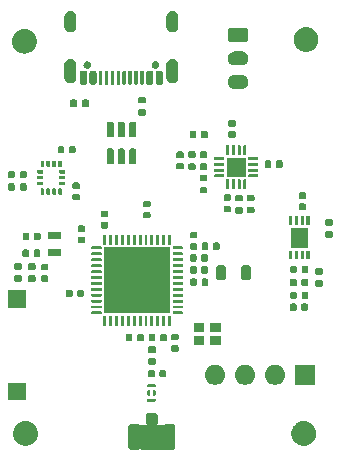
<source format=gbr>
%TF.GenerationSoftware,KiCad,Pcbnew,8.0.4*%
%TF.CreationDate,2024-11-22T16:24:22-05:00*%
%TF.ProjectId,stm32wb_base,73746d33-3277-4625-9f62-6173652e6b69,rev?*%
%TF.SameCoordinates,PX6422c40PY66c2270*%
%TF.FileFunction,Soldermask,Top*%
%TF.FilePolarity,Negative*%
%FSLAX46Y46*%
G04 Gerber Fmt 4.6, Leading zero omitted, Abs format (unit mm)*
G04 Created by KiCad (PCBNEW 8.0.4) date 2024-11-22 16:24:22*
%MOMM*%
%LPD*%
G01*
G04 APERTURE LIST*
G04 APERTURE END LIST*
G36*
X14199116Y4839182D02*
G01*
X14250379Y4833234D01*
X14267892Y4825501D01*
X14290671Y4820970D01*
X14315057Y4804676D01*
X14335788Y4795522D01*
X14349946Y4781364D01*
X14371777Y4766777D01*
X14386363Y4744947D01*
X14400521Y4730789D01*
X14409673Y4710061D01*
X14425970Y4685671D01*
X14430501Y4662891D01*
X14438233Y4645380D01*
X14444178Y4594128D01*
X14445000Y4590000D01*
X14445000Y4040000D01*
X14444178Y4035872D01*
X14438233Y3984621D01*
X14430501Y3967112D01*
X14425970Y3944329D01*
X14409672Y3919938D01*
X14400521Y3899212D01*
X14386365Y3885057D01*
X14371777Y3863223D01*
X14349943Y3848635D01*
X14344027Y3842718D01*
X14370006Y3780000D01*
X14885000Y3780000D01*
X14885000Y3774531D01*
X14888069Y3771462D01*
X14930153Y3771462D01*
X14953635Y3794946D01*
X14968223Y3816777D01*
X14990051Y3831363D01*
X15004211Y3845522D01*
X15024944Y3854677D01*
X15049329Y3870970D01*
X15072105Y3875501D01*
X15089620Y3883234D01*
X15140884Y3889182D01*
X15145000Y3890000D01*
X15695000Y3890000D01*
X15699116Y3889182D01*
X15750379Y3883234D01*
X15767892Y3875501D01*
X15790671Y3870970D01*
X15815057Y3854676D01*
X15835788Y3845522D01*
X15849946Y3831364D01*
X15871777Y3816777D01*
X15886363Y3794947D01*
X15900521Y3780789D01*
X15909673Y3760061D01*
X15925970Y3735671D01*
X15930501Y3712891D01*
X15938233Y3695380D01*
X15944178Y3644128D01*
X15945000Y3640000D01*
X15945000Y1940000D01*
X15944178Y1935872D01*
X15938233Y1884621D01*
X15930501Y1867112D01*
X15925970Y1844329D01*
X15909672Y1819938D01*
X15900521Y1799212D01*
X15886365Y1785057D01*
X15871777Y1763223D01*
X15849943Y1748635D01*
X15835788Y1734479D01*
X15815062Y1725328D01*
X15790671Y1709030D01*
X15767888Y1704499D01*
X15750379Y1696767D01*
X15699129Y1690822D01*
X15695000Y1690000D01*
X15145000Y1690000D01*
X15140873Y1690821D01*
X15089620Y1696767D01*
X15072109Y1704499D01*
X15049329Y1709030D01*
X15024939Y1725327D01*
X15004211Y1734479D01*
X14990054Y1748636D01*
X14968223Y1763223D01*
X14953634Y1785057D01*
X14947718Y1790973D01*
X14885000Y1764994D01*
X14885000Y1690000D01*
X14879532Y1690000D01*
X13010468Y1690000D01*
X13005000Y1690000D01*
X13005000Y1764994D01*
X12942282Y1790973D01*
X12936365Y1785057D01*
X12921777Y1763223D01*
X12899943Y1748635D01*
X12885788Y1734479D01*
X12865062Y1725328D01*
X12840671Y1709030D01*
X12817888Y1704499D01*
X12800379Y1696767D01*
X12749129Y1690822D01*
X12745000Y1690000D01*
X12195000Y1690000D01*
X12190873Y1690821D01*
X12139620Y1696767D01*
X12122109Y1704499D01*
X12099329Y1709030D01*
X12074939Y1725327D01*
X12054211Y1734479D01*
X12040053Y1748637D01*
X12018223Y1763223D01*
X12003636Y1785054D01*
X11989478Y1799212D01*
X11980324Y1819943D01*
X11964030Y1844329D01*
X11959499Y1867108D01*
X11951766Y1884621D01*
X11945818Y1935883D01*
X11945000Y1940000D01*
X11945000Y3640000D01*
X11945818Y3644115D01*
X11951766Y3695380D01*
X11959499Y3712895D01*
X11964030Y3735671D01*
X11980323Y3760056D01*
X11989478Y3780789D01*
X12003638Y3794950D01*
X12018223Y3816777D01*
X12040050Y3831362D01*
X12054211Y3845522D01*
X12074944Y3854677D01*
X12099329Y3870970D01*
X12122105Y3875501D01*
X12139620Y3883234D01*
X12190884Y3889182D01*
X12195000Y3890000D01*
X12745000Y3890000D01*
X12749116Y3889182D01*
X12800379Y3883234D01*
X12817892Y3875501D01*
X12840671Y3870970D01*
X12865057Y3854676D01*
X12885788Y3845522D01*
X12899945Y3831365D01*
X12921777Y3816777D01*
X12936365Y3794945D01*
X12959847Y3771462D01*
X13001931Y3771462D01*
X13005000Y3774531D01*
X13005000Y3780000D01*
X13519994Y3780000D01*
X13545973Y3842718D01*
X13540056Y3848635D01*
X13518223Y3863223D01*
X13503635Y3885055D01*
X13489478Y3899212D01*
X13480324Y3919943D01*
X13464030Y3944329D01*
X13459499Y3967108D01*
X13451766Y3984621D01*
X13445818Y4035883D01*
X13445000Y4040000D01*
X13445000Y4590000D01*
X13445818Y4594115D01*
X13451766Y4645380D01*
X13459499Y4662895D01*
X13464030Y4685671D01*
X13480323Y4710056D01*
X13489478Y4730789D01*
X13503638Y4744950D01*
X13518223Y4766777D01*
X13540050Y4781362D01*
X13554211Y4795522D01*
X13574944Y4804677D01*
X13599329Y4820970D01*
X13622105Y4825501D01*
X13639620Y4833234D01*
X13690884Y4839182D01*
X13695000Y4840000D01*
X14195000Y4840000D01*
X14199116Y4839182D01*
G37*
G36*
X3297680Y4145304D02*
G01*
X3346862Y4145304D01*
X3401632Y4135066D01*
X3454845Y4129825D01*
X3495268Y4117563D01*
X3537283Y4109709D01*
X3595474Y4087166D01*
X3651818Y4070074D01*
X3684009Y4052868D01*
X3717931Y4039726D01*
X3776876Y4003229D01*
X3833349Y3973043D01*
X3857075Y3953572D01*
X3882634Y3937746D01*
X3939263Y3886121D01*
X3992462Y3842462D01*
X4008228Y3823252D01*
X4025800Y3807232D01*
X4076810Y3739683D01*
X4123043Y3683349D01*
X4131983Y3666623D01*
X4142542Y3652641D01*
X4184541Y3568294D01*
X4220074Y3501818D01*
X4223864Y3489324D01*
X4228891Y3479228D01*
X4258590Y3374846D01*
X4279825Y3304845D01*
X4280522Y3297764D01*
X4281908Y3292894D01*
X4296315Y3137414D01*
X4300000Y3100000D01*
X4296314Y3062584D01*
X4281908Y2907107D01*
X4280522Y2902238D01*
X4279825Y2895155D01*
X4258585Y2825139D01*
X4228891Y2720773D01*
X4223865Y2710680D01*
X4220074Y2698182D01*
X4184534Y2631693D01*
X4142542Y2547360D01*
X4131985Y2533381D01*
X4123043Y2516651D01*
X4076801Y2460306D01*
X4025800Y2392769D01*
X4008231Y2376753D01*
X3992462Y2357538D01*
X3939252Y2313871D01*
X3882634Y2262255D01*
X3857080Y2246433D01*
X3833349Y2226957D01*
X3776865Y2196766D01*
X3717931Y2160275D01*
X3684016Y2147137D01*
X3651818Y2129926D01*
X3595463Y2112831D01*
X3537283Y2090292D01*
X3495275Y2082440D01*
X3454845Y2070175D01*
X3401629Y2064934D01*
X3346862Y2054696D01*
X3297680Y2054696D01*
X3250000Y2050000D01*
X3202320Y2054696D01*
X3153138Y2054696D01*
X3098369Y2064934D01*
X3045155Y2070175D01*
X3004726Y2082439D01*
X2962716Y2090292D01*
X2904532Y2112833D01*
X2848182Y2129926D01*
X2815986Y2147136D01*
X2782068Y2160275D01*
X2723127Y2196770D01*
X2666651Y2226957D01*
X2642922Y2246431D01*
X2617365Y2262255D01*
X2560737Y2313879D01*
X2507538Y2357538D01*
X2491771Y2376750D01*
X2474199Y2392769D01*
X2423186Y2460321D01*
X2376957Y2516651D01*
X2368017Y2533377D01*
X2357457Y2547360D01*
X2315450Y2631721D01*
X2279926Y2698182D01*
X2276136Y2710675D01*
X2271108Y2720773D01*
X2241397Y2825193D01*
X2220175Y2895155D01*
X2219477Y2902233D01*
X2218091Y2907107D01*
X2203668Y3062756D01*
X2200000Y3100000D01*
X2203667Y3137242D01*
X2218091Y3292894D01*
X2219478Y3297770D01*
X2220175Y3304845D01*
X2241393Y3374793D01*
X2271108Y3479228D01*
X2276137Y3489329D01*
X2279926Y3501818D01*
X2315443Y3568267D01*
X2357457Y3652641D01*
X2368019Y3666628D01*
X2376957Y3683349D01*
X2423176Y3739668D01*
X2474199Y3807232D01*
X2491774Y3823255D01*
X2507538Y3842462D01*
X2560726Y3886113D01*
X2617365Y3937746D01*
X2642927Y3953574D01*
X2666651Y3973043D01*
X2723115Y4003225D01*
X2782068Y4039726D01*
X2815993Y4052869D01*
X2848182Y4070074D01*
X2904520Y4087165D01*
X2962716Y4109709D01*
X3004732Y4117564D01*
X3045155Y4129825D01*
X3098366Y4135066D01*
X3153138Y4145304D01*
X3202320Y4145304D01*
X3250000Y4150000D01*
X3297680Y4145304D01*
G37*
G36*
X26847680Y4145304D02*
G01*
X26896862Y4145304D01*
X26951632Y4135066D01*
X27004845Y4129825D01*
X27045268Y4117563D01*
X27087283Y4109709D01*
X27145474Y4087166D01*
X27201818Y4070074D01*
X27234009Y4052868D01*
X27267931Y4039726D01*
X27326876Y4003229D01*
X27383349Y3973043D01*
X27407075Y3953572D01*
X27432634Y3937746D01*
X27489263Y3886121D01*
X27542462Y3842462D01*
X27558228Y3823252D01*
X27575800Y3807232D01*
X27626810Y3739683D01*
X27673043Y3683349D01*
X27681983Y3666623D01*
X27692542Y3652641D01*
X27734541Y3568294D01*
X27770074Y3501818D01*
X27773864Y3489324D01*
X27778891Y3479228D01*
X27808590Y3374846D01*
X27829825Y3304845D01*
X27830522Y3297764D01*
X27831908Y3292894D01*
X27846315Y3137414D01*
X27850000Y3100000D01*
X27846314Y3062584D01*
X27831908Y2907107D01*
X27830522Y2902238D01*
X27829825Y2895155D01*
X27808585Y2825139D01*
X27778891Y2720773D01*
X27773865Y2710680D01*
X27770074Y2698182D01*
X27734534Y2631693D01*
X27692542Y2547360D01*
X27681985Y2533381D01*
X27673043Y2516651D01*
X27626801Y2460306D01*
X27575800Y2392769D01*
X27558231Y2376753D01*
X27542462Y2357538D01*
X27489252Y2313871D01*
X27432634Y2262255D01*
X27407080Y2246433D01*
X27383349Y2226957D01*
X27326865Y2196766D01*
X27267931Y2160275D01*
X27234016Y2147137D01*
X27201818Y2129926D01*
X27145463Y2112831D01*
X27087283Y2090292D01*
X27045275Y2082440D01*
X27004845Y2070175D01*
X26951629Y2064934D01*
X26896862Y2054696D01*
X26847680Y2054696D01*
X26800000Y2050000D01*
X26752320Y2054696D01*
X26703138Y2054696D01*
X26648369Y2064934D01*
X26595155Y2070175D01*
X26554726Y2082439D01*
X26512716Y2090292D01*
X26454532Y2112833D01*
X26398182Y2129926D01*
X26365986Y2147136D01*
X26332068Y2160275D01*
X26273127Y2196770D01*
X26216651Y2226957D01*
X26192922Y2246431D01*
X26167365Y2262255D01*
X26110737Y2313879D01*
X26057538Y2357538D01*
X26041771Y2376750D01*
X26024199Y2392769D01*
X25973186Y2460321D01*
X25926957Y2516651D01*
X25918017Y2533377D01*
X25907457Y2547360D01*
X25865450Y2631721D01*
X25829926Y2698182D01*
X25826136Y2710675D01*
X25821108Y2720773D01*
X25791397Y2825193D01*
X25770175Y2895155D01*
X25769477Y2902233D01*
X25768091Y2907107D01*
X25753668Y3062756D01*
X25750000Y3100000D01*
X25753667Y3137242D01*
X25768091Y3292894D01*
X25769478Y3297770D01*
X25770175Y3304845D01*
X25791393Y3374793D01*
X25821108Y3479228D01*
X25826137Y3489329D01*
X25829926Y3501818D01*
X25865443Y3568267D01*
X25907457Y3652641D01*
X25918019Y3666628D01*
X25926957Y3683349D01*
X25973176Y3739668D01*
X26024199Y3807232D01*
X26041774Y3823255D01*
X26057538Y3842462D01*
X26110726Y3886113D01*
X26167365Y3937746D01*
X26192927Y3953574D01*
X26216651Y3973043D01*
X26273115Y4003225D01*
X26332068Y4039726D01*
X26365993Y4052869D01*
X26398182Y4070074D01*
X26454520Y4087165D01*
X26512716Y4109709D01*
X26554732Y4117564D01*
X26595155Y4129825D01*
X26648366Y4135066D01*
X26703138Y4145304D01*
X26752320Y4145304D01*
X26800000Y4150000D01*
X26847680Y4145304D01*
G37*
G36*
X14217559Y6037267D02*
G01*
X14239864Y6022364D01*
X14254767Y6000059D01*
X14260000Y5973750D01*
X14260000Y5836250D01*
X14254767Y5809941D01*
X14239864Y5787636D01*
X14217559Y5772733D01*
X14191250Y5767500D01*
X13628750Y5767500D01*
X13602441Y5772733D01*
X13580136Y5787636D01*
X13565233Y5809941D01*
X13560000Y5836250D01*
X13560000Y5973750D01*
X13565233Y6000059D01*
X13580136Y6022364D01*
X13602441Y6037267D01*
X13628750Y6042500D01*
X14191250Y6042500D01*
X14217559Y6037267D01*
G37*
G36*
X3300000Y5900000D02*
G01*
X1800000Y5900000D01*
X1800000Y7400000D01*
X3300000Y7400000D01*
X3300000Y5900000D01*
G37*
G36*
X13767189Y6737838D02*
G01*
X13787060Y6724560D01*
X13800338Y6704689D01*
X13805000Y6681250D01*
X13805000Y6353750D01*
X13800338Y6330311D01*
X13787060Y6310440D01*
X13767189Y6297162D01*
X13743750Y6292500D01*
X13621250Y6292500D01*
X13597811Y6297162D01*
X13577940Y6310440D01*
X13564662Y6330311D01*
X13560000Y6353750D01*
X13560000Y6681250D01*
X13564662Y6704689D01*
X13577940Y6724560D01*
X13597811Y6737838D01*
X13621250Y6742500D01*
X13743750Y6742500D01*
X13767189Y6737838D01*
G37*
G36*
X14222189Y6737838D02*
G01*
X14242060Y6724560D01*
X14255338Y6704689D01*
X14260000Y6681250D01*
X14260000Y6353750D01*
X14255338Y6330311D01*
X14242060Y6310440D01*
X14222189Y6297162D01*
X14198750Y6292500D01*
X14076250Y6292500D01*
X14052811Y6297162D01*
X14032940Y6310440D01*
X14019662Y6330311D01*
X14015000Y6353750D01*
X14015000Y6681250D01*
X14019662Y6704689D01*
X14032940Y6724560D01*
X14052811Y6737838D01*
X14076250Y6742500D01*
X14198750Y6742500D01*
X14222189Y6737838D01*
G37*
G36*
X14217559Y7262267D02*
G01*
X14239864Y7247364D01*
X14254767Y7225059D01*
X14260000Y7198750D01*
X14260000Y7061250D01*
X14254767Y7034941D01*
X14239864Y7012636D01*
X14217559Y6997733D01*
X14191250Y6992500D01*
X13628750Y6992500D01*
X13602441Y6997733D01*
X13580136Y7012636D01*
X13565233Y7034941D01*
X13560000Y7061250D01*
X13560000Y7198750D01*
X13565233Y7225059D01*
X13580136Y7247364D01*
X13602441Y7262267D01*
X13628750Y7267500D01*
X14191250Y7267500D01*
X14217559Y7262267D01*
G37*
G36*
X27775000Y7200000D02*
G01*
X26075000Y7200000D01*
X26075000Y8900000D01*
X27775000Y8900000D01*
X27775000Y7200000D01*
G37*
G36*
X19567664Y8858398D02*
G01*
X19730000Y8786122D01*
X19873761Y8681673D01*
X19992664Y8549617D01*
X20081514Y8395726D01*
X20136425Y8226725D01*
X20155000Y8050000D01*
X20136425Y7873275D01*
X20081514Y7704274D01*
X19992664Y7550383D01*
X19873761Y7418327D01*
X19730000Y7313878D01*
X19567664Y7241602D01*
X19393849Y7204656D01*
X19216151Y7204656D01*
X19042336Y7241602D01*
X18880000Y7313878D01*
X18736239Y7418327D01*
X18617336Y7550383D01*
X18528486Y7704274D01*
X18473575Y7873275D01*
X18455000Y8050000D01*
X18473575Y8226725D01*
X18528486Y8395726D01*
X18617336Y8549617D01*
X18736239Y8681673D01*
X18880000Y8786122D01*
X19042336Y8858398D01*
X19216151Y8895344D01*
X19393849Y8895344D01*
X19567664Y8858398D01*
G37*
G36*
X22107664Y8858398D02*
G01*
X22270000Y8786122D01*
X22413761Y8681673D01*
X22532664Y8549617D01*
X22621514Y8395726D01*
X22676425Y8226725D01*
X22695000Y8050000D01*
X22676425Y7873275D01*
X22621514Y7704274D01*
X22532664Y7550383D01*
X22413761Y7418327D01*
X22270000Y7313878D01*
X22107664Y7241602D01*
X21933849Y7204656D01*
X21756151Y7204656D01*
X21582336Y7241602D01*
X21420000Y7313878D01*
X21276239Y7418327D01*
X21157336Y7550383D01*
X21068486Y7704274D01*
X21013575Y7873275D01*
X20995000Y8050000D01*
X21013575Y8226725D01*
X21068486Y8395726D01*
X21157336Y8549617D01*
X21276239Y8681673D01*
X21420000Y8786122D01*
X21582336Y8858398D01*
X21756151Y8895344D01*
X21933849Y8895344D01*
X22107664Y8858398D01*
G37*
G36*
X24647664Y8858398D02*
G01*
X24810000Y8786122D01*
X24953761Y8681673D01*
X25072664Y8549617D01*
X25161514Y8395726D01*
X25216425Y8226725D01*
X25235000Y8050000D01*
X25216425Y7873275D01*
X25161514Y7704274D01*
X25072664Y7550383D01*
X24953761Y7418327D01*
X24810000Y7313878D01*
X24647664Y7241602D01*
X24473849Y7204656D01*
X24296151Y7204656D01*
X24122336Y7241602D01*
X23960000Y7313878D01*
X23816239Y7418327D01*
X23697336Y7550383D01*
X23608486Y7704274D01*
X23553575Y7873275D01*
X23535000Y8050000D01*
X23553575Y8226725D01*
X23608486Y8395726D01*
X23697336Y8549617D01*
X23816239Y8681673D01*
X23960000Y8786122D01*
X24122336Y8858398D01*
X24296151Y8895344D01*
X24473849Y8895344D01*
X24647664Y8858398D01*
G37*
G36*
X14103576Y8449343D02*
G01*
X14148995Y8418995D01*
X14179343Y8373576D01*
X14190000Y8320000D01*
X14190000Y7980000D01*
X14179343Y7926424D01*
X14148995Y7881005D01*
X14103576Y7850657D01*
X14050000Y7840000D01*
X13770000Y7840000D01*
X13716424Y7850657D01*
X13671005Y7881005D01*
X13640657Y7926424D01*
X13630000Y7980000D01*
X13630000Y8320000D01*
X13640657Y8373576D01*
X13671005Y8418995D01*
X13716424Y8449343D01*
X13770000Y8460000D01*
X14050000Y8460000D01*
X14103576Y8449343D01*
G37*
G36*
X15063576Y8449343D02*
G01*
X15108995Y8418995D01*
X15139343Y8373576D01*
X15150000Y8320000D01*
X15150000Y7980000D01*
X15139343Y7926424D01*
X15108995Y7881005D01*
X15063576Y7850657D01*
X15010000Y7840000D01*
X14730000Y7840000D01*
X14676424Y7850657D01*
X14631005Y7881005D01*
X14600657Y7926424D01*
X14590000Y7980000D01*
X14590000Y8320000D01*
X14600657Y8373576D01*
X14631005Y8418995D01*
X14676424Y8449343D01*
X14730000Y8460000D01*
X15010000Y8460000D01*
X15063576Y8449343D01*
G37*
G36*
X14198946Y9493772D02*
G01*
X14246798Y9461798D01*
X14278772Y9413946D01*
X14290000Y9357500D01*
X14290000Y9062500D01*
X14278772Y9006054D01*
X14246798Y8958202D01*
X14198946Y8926228D01*
X14142500Y8915000D01*
X13797500Y8915000D01*
X13741054Y8926228D01*
X13693202Y8958202D01*
X13661228Y9006054D01*
X13650000Y9062500D01*
X13650000Y9357500D01*
X13661228Y9413946D01*
X13693202Y9461798D01*
X13741054Y9493772D01*
X13797500Y9505000D01*
X14142500Y9505000D01*
X14198946Y9493772D01*
G37*
G36*
X14198946Y10463772D02*
G01*
X14246798Y10431798D01*
X14278772Y10383946D01*
X14290000Y10327500D01*
X14290000Y10032500D01*
X14278772Y9976054D01*
X14246798Y9928202D01*
X14198946Y9896228D01*
X14142500Y9885000D01*
X13797500Y9885000D01*
X13741054Y9896228D01*
X13693202Y9928202D01*
X13661228Y9976054D01*
X13650000Y10032500D01*
X13650000Y10327500D01*
X13661228Y10383946D01*
X13693202Y10431798D01*
X13741054Y10463772D01*
X13797500Y10475000D01*
X14142500Y10475000D01*
X14198946Y10463772D01*
G37*
G36*
X16123576Y10559343D02*
G01*
X16168995Y10528995D01*
X16199343Y10483576D01*
X16210000Y10430000D01*
X16210000Y10150000D01*
X16199343Y10096424D01*
X16168995Y10051005D01*
X16123576Y10020657D01*
X16070000Y10010000D01*
X15730000Y10010000D01*
X15676424Y10020657D01*
X15631005Y10051005D01*
X15600657Y10096424D01*
X15590000Y10150000D01*
X15590000Y10430000D01*
X15600657Y10483576D01*
X15631005Y10528995D01*
X15676424Y10559343D01*
X15730000Y10570000D01*
X16070000Y10570000D01*
X16123576Y10559343D01*
G37*
G36*
X18400000Y10580000D02*
G01*
X17500000Y10580000D01*
X17500000Y11380000D01*
X18400000Y11380000D01*
X18400000Y10580000D01*
G37*
G36*
X19800000Y10580000D02*
G01*
X18900000Y10580000D01*
X18900000Y11380000D01*
X19800000Y11380000D01*
X19800000Y10580000D01*
G37*
G36*
X14153576Y11519343D02*
G01*
X14198995Y11488995D01*
X14229343Y11443576D01*
X14240000Y11390000D01*
X14240000Y11050000D01*
X14229343Y10996424D01*
X14198995Y10951005D01*
X14153576Y10920657D01*
X14100000Y10910000D01*
X13820000Y10910000D01*
X13766424Y10920657D01*
X13721005Y10951005D01*
X13690657Y10996424D01*
X13680000Y11050000D01*
X13680000Y11390000D01*
X13690657Y11443576D01*
X13721005Y11488995D01*
X13766424Y11519343D01*
X13820000Y11530000D01*
X14100000Y11530000D01*
X14153576Y11519343D01*
G37*
G36*
X15113576Y11519343D02*
G01*
X15158995Y11488995D01*
X15189343Y11443576D01*
X15200000Y11390000D01*
X15200000Y11050000D01*
X15189343Y10996424D01*
X15158995Y10951005D01*
X15113576Y10920657D01*
X15060000Y10910000D01*
X14780000Y10910000D01*
X14726424Y10920657D01*
X14681005Y10951005D01*
X14650657Y10996424D01*
X14640000Y11050000D01*
X14640000Y11390000D01*
X14650657Y11443576D01*
X14681005Y11488995D01*
X14726424Y11519343D01*
X14780000Y11530000D01*
X15060000Y11530000D01*
X15113576Y11519343D01*
G37*
G36*
X12203576Y11529343D02*
G01*
X12248995Y11498995D01*
X12279343Y11453576D01*
X12290000Y11400000D01*
X12290000Y11060000D01*
X12279343Y11006424D01*
X12248995Y10961005D01*
X12203576Y10930657D01*
X12150000Y10920000D01*
X11870000Y10920000D01*
X11816424Y10930657D01*
X11771005Y10961005D01*
X11740657Y11006424D01*
X11730000Y11060000D01*
X11730000Y11400000D01*
X11740657Y11453576D01*
X11771005Y11498995D01*
X11816424Y11529343D01*
X11870000Y11540000D01*
X12150000Y11540000D01*
X12203576Y11529343D01*
G37*
G36*
X13163576Y11529343D02*
G01*
X13208995Y11498995D01*
X13239343Y11453576D01*
X13250000Y11400000D01*
X13250000Y11060000D01*
X13239343Y11006424D01*
X13208995Y10961005D01*
X13163576Y10930657D01*
X13110000Y10920000D01*
X12830000Y10920000D01*
X12776424Y10930657D01*
X12731005Y10961005D01*
X12700657Y11006424D01*
X12690000Y11060000D01*
X12690000Y11400000D01*
X12700657Y11453576D01*
X12731005Y11498995D01*
X12776424Y11529343D01*
X12830000Y11540000D01*
X13110000Y11540000D01*
X13163576Y11529343D01*
G37*
G36*
X16123576Y11519343D02*
G01*
X16168995Y11488995D01*
X16199343Y11443576D01*
X16210000Y11390000D01*
X16210000Y11110000D01*
X16199343Y11056424D01*
X16168995Y11011005D01*
X16123576Y10980657D01*
X16070000Y10970000D01*
X15730000Y10970000D01*
X15676424Y10980657D01*
X15631005Y11011005D01*
X15600657Y11056424D01*
X15590000Y11110000D01*
X15590000Y11390000D01*
X15600657Y11443576D01*
X15631005Y11488995D01*
X15676424Y11519343D01*
X15730000Y11530000D01*
X16070000Y11530000D01*
X16123576Y11519343D01*
G37*
G36*
X18400000Y11680000D02*
G01*
X17500000Y11680000D01*
X17500000Y12480000D01*
X18400000Y12480000D01*
X18400000Y11680000D01*
G37*
G36*
X19800000Y11680000D02*
G01*
X18900000Y11680000D01*
X18900000Y12480000D01*
X19800000Y12480000D01*
X19800000Y11680000D01*
G37*
G36*
X10036418Y13045242D02*
G01*
X10056694Y13031694D01*
X10070242Y13011418D01*
X10075000Y12987500D01*
X10075000Y12237500D01*
X10070242Y12213582D01*
X10056694Y12193306D01*
X10036418Y12179758D01*
X10012500Y12175000D01*
X9887500Y12175000D01*
X9863582Y12179758D01*
X9843306Y12193306D01*
X9829758Y12213582D01*
X9825000Y12237500D01*
X9825000Y12987500D01*
X9829758Y13011418D01*
X9843306Y13031694D01*
X9863582Y13045242D01*
X9887500Y13050000D01*
X10012500Y13050000D01*
X10036418Y13045242D01*
G37*
G36*
X10536418Y13045242D02*
G01*
X10556694Y13031694D01*
X10570242Y13011418D01*
X10575000Y12987500D01*
X10575000Y12237500D01*
X10570242Y12213582D01*
X10556694Y12193306D01*
X10536418Y12179758D01*
X10512500Y12175000D01*
X10387500Y12175000D01*
X10363582Y12179758D01*
X10343306Y12193306D01*
X10329758Y12213582D01*
X10325000Y12237500D01*
X10325000Y12987500D01*
X10329758Y13011418D01*
X10343306Y13031694D01*
X10363582Y13045242D01*
X10387500Y13050000D01*
X10512500Y13050000D01*
X10536418Y13045242D01*
G37*
G36*
X11036418Y13045242D02*
G01*
X11056694Y13031694D01*
X11070242Y13011418D01*
X11075000Y12987500D01*
X11075000Y12237500D01*
X11070242Y12213582D01*
X11056694Y12193306D01*
X11036418Y12179758D01*
X11012500Y12175000D01*
X10887500Y12175000D01*
X10863582Y12179758D01*
X10843306Y12193306D01*
X10829758Y12213582D01*
X10825000Y12237500D01*
X10825000Y12987500D01*
X10829758Y13011418D01*
X10843306Y13031694D01*
X10863582Y13045242D01*
X10887500Y13050000D01*
X11012500Y13050000D01*
X11036418Y13045242D01*
G37*
G36*
X11536418Y13045242D02*
G01*
X11556694Y13031694D01*
X11570242Y13011418D01*
X11575000Y12987500D01*
X11575000Y12237500D01*
X11570242Y12213582D01*
X11556694Y12193306D01*
X11536418Y12179758D01*
X11512500Y12175000D01*
X11387500Y12175000D01*
X11363582Y12179758D01*
X11343306Y12193306D01*
X11329758Y12213582D01*
X11325000Y12237500D01*
X11325000Y12987500D01*
X11329758Y13011418D01*
X11343306Y13031694D01*
X11363582Y13045242D01*
X11387500Y13050000D01*
X11512500Y13050000D01*
X11536418Y13045242D01*
G37*
G36*
X12036418Y13045242D02*
G01*
X12056694Y13031694D01*
X12070242Y13011418D01*
X12075000Y12987500D01*
X12075000Y12237500D01*
X12070242Y12213582D01*
X12056694Y12193306D01*
X12036418Y12179758D01*
X12012500Y12175000D01*
X11887500Y12175000D01*
X11863582Y12179758D01*
X11843306Y12193306D01*
X11829758Y12213582D01*
X11825000Y12237500D01*
X11825000Y12987500D01*
X11829758Y13011418D01*
X11843306Y13031694D01*
X11863582Y13045242D01*
X11887500Y13050000D01*
X12012500Y13050000D01*
X12036418Y13045242D01*
G37*
G36*
X12536418Y13045242D02*
G01*
X12556694Y13031694D01*
X12570242Y13011418D01*
X12575000Y12987500D01*
X12575000Y12237500D01*
X12570242Y12213582D01*
X12556694Y12193306D01*
X12536418Y12179758D01*
X12512500Y12175000D01*
X12387500Y12175000D01*
X12363582Y12179758D01*
X12343306Y12193306D01*
X12329758Y12213582D01*
X12325000Y12237500D01*
X12325000Y12987500D01*
X12329758Y13011418D01*
X12343306Y13031694D01*
X12363582Y13045242D01*
X12387500Y13050000D01*
X12512500Y13050000D01*
X12536418Y13045242D01*
G37*
G36*
X13036418Y13045242D02*
G01*
X13056694Y13031694D01*
X13070242Y13011418D01*
X13075000Y12987500D01*
X13075000Y12237500D01*
X13070242Y12213582D01*
X13056694Y12193306D01*
X13036418Y12179758D01*
X13012500Y12175000D01*
X12887500Y12175000D01*
X12863582Y12179758D01*
X12843306Y12193306D01*
X12829758Y12213582D01*
X12825000Y12237500D01*
X12825000Y12987500D01*
X12829758Y13011418D01*
X12843306Y13031694D01*
X12863582Y13045242D01*
X12887500Y13050000D01*
X13012500Y13050000D01*
X13036418Y13045242D01*
G37*
G36*
X13536418Y13045242D02*
G01*
X13556694Y13031694D01*
X13570242Y13011418D01*
X13575000Y12987500D01*
X13575000Y12237500D01*
X13570242Y12213582D01*
X13556694Y12193306D01*
X13536418Y12179758D01*
X13512500Y12175000D01*
X13387500Y12175000D01*
X13363582Y12179758D01*
X13343306Y12193306D01*
X13329758Y12213582D01*
X13325000Y12237500D01*
X13325000Y12987500D01*
X13329758Y13011418D01*
X13343306Y13031694D01*
X13363582Y13045242D01*
X13387500Y13050000D01*
X13512500Y13050000D01*
X13536418Y13045242D01*
G37*
G36*
X14036418Y13045242D02*
G01*
X14056694Y13031694D01*
X14070242Y13011418D01*
X14075000Y12987500D01*
X14075000Y12237500D01*
X14070242Y12213582D01*
X14056694Y12193306D01*
X14036418Y12179758D01*
X14012500Y12175000D01*
X13887500Y12175000D01*
X13863582Y12179758D01*
X13843306Y12193306D01*
X13829758Y12213582D01*
X13825000Y12237500D01*
X13825000Y12987500D01*
X13829758Y13011418D01*
X13843306Y13031694D01*
X13863582Y13045242D01*
X13887500Y13050000D01*
X14012500Y13050000D01*
X14036418Y13045242D01*
G37*
G36*
X14536418Y13045242D02*
G01*
X14556694Y13031694D01*
X14570242Y13011418D01*
X14575000Y12987500D01*
X14575000Y12237500D01*
X14570242Y12213582D01*
X14556694Y12193306D01*
X14536418Y12179758D01*
X14512500Y12175000D01*
X14387500Y12175000D01*
X14363582Y12179758D01*
X14343306Y12193306D01*
X14329758Y12213582D01*
X14325000Y12237500D01*
X14325000Y12987500D01*
X14329758Y13011418D01*
X14343306Y13031694D01*
X14363582Y13045242D01*
X14387500Y13050000D01*
X14512500Y13050000D01*
X14536418Y13045242D01*
G37*
G36*
X15036418Y13045242D02*
G01*
X15056694Y13031694D01*
X15070242Y13011418D01*
X15075000Y12987500D01*
X15075000Y12237500D01*
X15070242Y12213582D01*
X15056694Y12193306D01*
X15036418Y12179758D01*
X15012500Y12175000D01*
X14887500Y12175000D01*
X14863582Y12179758D01*
X14843306Y12193306D01*
X14829758Y12213582D01*
X14825000Y12237500D01*
X14825000Y12987500D01*
X14829758Y13011418D01*
X14843306Y13031694D01*
X14863582Y13045242D01*
X14887500Y13050000D01*
X15012500Y13050000D01*
X15036418Y13045242D01*
G37*
G36*
X15536418Y13045242D02*
G01*
X15556694Y13031694D01*
X15570242Y13011418D01*
X15575000Y12987500D01*
X15575000Y12237500D01*
X15570242Y12213582D01*
X15556694Y12193306D01*
X15536418Y12179758D01*
X15512500Y12175000D01*
X15387500Y12175000D01*
X15363582Y12179758D01*
X15343306Y12193306D01*
X15329758Y12213582D01*
X15325000Y12237500D01*
X15325000Y12987500D01*
X15329758Y13011418D01*
X15343306Y13031694D01*
X15363582Y13045242D01*
X15387500Y13050000D01*
X15512500Y13050000D01*
X15536418Y13045242D01*
G37*
G36*
X9661418Y13420242D02*
G01*
X9681694Y13406694D01*
X9695242Y13386418D01*
X9700000Y13362500D01*
X9700000Y13237500D01*
X9695242Y13213582D01*
X9681694Y13193306D01*
X9661418Y13179758D01*
X9637500Y13175000D01*
X8887500Y13175000D01*
X8863582Y13179758D01*
X8843306Y13193306D01*
X8829758Y13213582D01*
X8825000Y13237500D01*
X8825000Y13362500D01*
X8829758Y13386418D01*
X8843306Y13406694D01*
X8863582Y13420242D01*
X8887500Y13425000D01*
X9637500Y13425000D01*
X9661418Y13420242D01*
G37*
G36*
X16536418Y13420242D02*
G01*
X16556694Y13406694D01*
X16570242Y13386418D01*
X16575000Y13362500D01*
X16575000Y13237500D01*
X16570242Y13213582D01*
X16556694Y13193306D01*
X16536418Y13179758D01*
X16512500Y13175000D01*
X15762500Y13175000D01*
X15738582Y13179758D01*
X15718306Y13193306D01*
X15704758Y13213582D01*
X15700000Y13237500D01*
X15700000Y13362500D01*
X15704758Y13386418D01*
X15718306Y13406694D01*
X15738582Y13420242D01*
X15762500Y13425000D01*
X16512500Y13425000D01*
X16536418Y13420242D01*
G37*
G36*
X15500000Y13250000D02*
G01*
X9900000Y13250000D01*
X9900000Y18850000D01*
X15500000Y18850000D01*
X15500000Y13250000D01*
G37*
G36*
X26113576Y14089343D02*
G01*
X26158995Y14058995D01*
X26189343Y14013576D01*
X26200000Y13960000D01*
X26200000Y13620000D01*
X26189343Y13566424D01*
X26158995Y13521005D01*
X26113576Y13490657D01*
X26060000Y13480000D01*
X25780000Y13480000D01*
X25726424Y13490657D01*
X25681005Y13521005D01*
X25650657Y13566424D01*
X25640000Y13620000D01*
X25640000Y13960000D01*
X25650657Y14013576D01*
X25681005Y14058995D01*
X25726424Y14089343D01*
X25780000Y14100000D01*
X26060000Y14100000D01*
X26113576Y14089343D01*
G37*
G36*
X27073576Y14089343D02*
G01*
X27118995Y14058995D01*
X27149343Y14013576D01*
X27160000Y13960000D01*
X27160000Y13620000D01*
X27149343Y13566424D01*
X27118995Y13521005D01*
X27073576Y13490657D01*
X27020000Y13480000D01*
X26740000Y13480000D01*
X26686424Y13490657D01*
X26641005Y13521005D01*
X26610657Y13566424D01*
X26600000Y13620000D01*
X26600000Y13960000D01*
X26610657Y14013576D01*
X26641005Y14058995D01*
X26686424Y14089343D01*
X26740000Y14100000D01*
X27020000Y14100000D01*
X27073576Y14089343D01*
G37*
G36*
X9661418Y13920242D02*
G01*
X9681694Y13906694D01*
X9695242Y13886418D01*
X9700000Y13862500D01*
X9700000Y13737500D01*
X9695242Y13713582D01*
X9681694Y13693306D01*
X9661418Y13679758D01*
X9637500Y13675000D01*
X8887500Y13675000D01*
X8863582Y13679758D01*
X8843306Y13693306D01*
X8829758Y13713582D01*
X8825000Y13737500D01*
X8825000Y13862500D01*
X8829758Y13886418D01*
X8843306Y13906694D01*
X8863582Y13920242D01*
X8887500Y13925000D01*
X9637500Y13925000D01*
X9661418Y13920242D01*
G37*
G36*
X16536418Y13920242D02*
G01*
X16556694Y13906694D01*
X16570242Y13886418D01*
X16575000Y13862500D01*
X16575000Y13737500D01*
X16570242Y13713582D01*
X16556694Y13693306D01*
X16536418Y13679758D01*
X16512500Y13675000D01*
X15762500Y13675000D01*
X15738582Y13679758D01*
X15718306Y13693306D01*
X15704758Y13713582D01*
X15700000Y13737500D01*
X15700000Y13862500D01*
X15704758Y13886418D01*
X15718306Y13906694D01*
X15738582Y13920242D01*
X15762500Y13925000D01*
X16512500Y13925000D01*
X16536418Y13920242D01*
G37*
G36*
X3300000Y13700000D02*
G01*
X1800000Y13700000D01*
X1800000Y15200000D01*
X3300000Y15200000D01*
X3300000Y13700000D01*
G37*
G36*
X9661418Y14420242D02*
G01*
X9681694Y14406694D01*
X9695242Y14386418D01*
X9700000Y14362500D01*
X9700000Y14237500D01*
X9695242Y14213582D01*
X9681694Y14193306D01*
X9661418Y14179758D01*
X9637500Y14175000D01*
X8887500Y14175000D01*
X8863582Y14179758D01*
X8843306Y14193306D01*
X8829758Y14213582D01*
X8825000Y14237500D01*
X8825000Y14362500D01*
X8829758Y14386418D01*
X8843306Y14406694D01*
X8863582Y14420242D01*
X8887500Y14425000D01*
X9637500Y14425000D01*
X9661418Y14420242D01*
G37*
G36*
X16536418Y14420242D02*
G01*
X16556694Y14406694D01*
X16570242Y14386418D01*
X16575000Y14362500D01*
X16575000Y14237500D01*
X16570242Y14213582D01*
X16556694Y14193306D01*
X16536418Y14179758D01*
X16512500Y14175000D01*
X15762500Y14175000D01*
X15738582Y14179758D01*
X15718306Y14193306D01*
X15704758Y14213582D01*
X15700000Y14237500D01*
X15700000Y14362500D01*
X15704758Y14386418D01*
X15718306Y14406694D01*
X15738582Y14420242D01*
X15762500Y14425000D01*
X16512500Y14425000D01*
X16536418Y14420242D01*
G37*
G36*
X26133576Y15089343D02*
G01*
X26178995Y15058995D01*
X26209343Y15013576D01*
X26220000Y14960000D01*
X26220000Y14620000D01*
X26209343Y14566424D01*
X26178995Y14521005D01*
X26133576Y14490657D01*
X26080000Y14480000D01*
X25800000Y14480000D01*
X25746424Y14490657D01*
X25701005Y14521005D01*
X25670657Y14566424D01*
X25660000Y14620000D01*
X25660000Y14960000D01*
X25670657Y15013576D01*
X25701005Y15058995D01*
X25746424Y15089343D01*
X25800000Y15100000D01*
X26080000Y15100000D01*
X26133576Y15089343D01*
G37*
G36*
X27093576Y15089343D02*
G01*
X27138995Y15058995D01*
X27169343Y15013576D01*
X27180000Y14960000D01*
X27180000Y14620000D01*
X27169343Y14566424D01*
X27138995Y14521005D01*
X27093576Y14490657D01*
X27040000Y14480000D01*
X26760000Y14480000D01*
X26706424Y14490657D01*
X26661005Y14521005D01*
X26630657Y14566424D01*
X26620000Y14620000D01*
X26620000Y14960000D01*
X26630657Y15013576D01*
X26661005Y15058995D01*
X26706424Y15089343D01*
X26760000Y15100000D01*
X27040000Y15100000D01*
X27093576Y15089343D01*
G37*
G36*
X7143576Y15259343D02*
G01*
X7188995Y15228995D01*
X7219343Y15183576D01*
X7230000Y15130000D01*
X7230000Y14790000D01*
X7219343Y14736424D01*
X7188995Y14691005D01*
X7143576Y14660657D01*
X7090000Y14650000D01*
X6810000Y14650000D01*
X6756424Y14660657D01*
X6711005Y14691005D01*
X6680657Y14736424D01*
X6670000Y14790000D01*
X6670000Y15130000D01*
X6680657Y15183576D01*
X6711005Y15228995D01*
X6756424Y15259343D01*
X6810000Y15270000D01*
X7090000Y15270000D01*
X7143576Y15259343D01*
G37*
G36*
X8103576Y15259343D02*
G01*
X8148995Y15228995D01*
X8179343Y15183576D01*
X8190000Y15130000D01*
X8190000Y14790000D01*
X8179343Y14736424D01*
X8148995Y14691005D01*
X8103576Y14660657D01*
X8050000Y14650000D01*
X7770000Y14650000D01*
X7716424Y14660657D01*
X7671005Y14691005D01*
X7640657Y14736424D01*
X7630000Y14790000D01*
X7630000Y15130000D01*
X7640657Y15183576D01*
X7671005Y15228995D01*
X7716424Y15259343D01*
X7770000Y15270000D01*
X8050000Y15270000D01*
X8103576Y15259343D01*
G37*
G36*
X9661418Y14920242D02*
G01*
X9681694Y14906694D01*
X9695242Y14886418D01*
X9700000Y14862500D01*
X9700000Y14737500D01*
X9695242Y14713582D01*
X9681694Y14693306D01*
X9661418Y14679758D01*
X9637500Y14675000D01*
X8887500Y14675000D01*
X8863582Y14679758D01*
X8843306Y14693306D01*
X8829758Y14713582D01*
X8825000Y14737500D01*
X8825000Y14862500D01*
X8829758Y14886418D01*
X8843306Y14906694D01*
X8863582Y14920242D01*
X8887500Y14925000D01*
X9637500Y14925000D01*
X9661418Y14920242D01*
G37*
G36*
X16536418Y14920242D02*
G01*
X16556694Y14906694D01*
X16570242Y14886418D01*
X16575000Y14862500D01*
X16575000Y14737500D01*
X16570242Y14713582D01*
X16556694Y14693306D01*
X16536418Y14679758D01*
X16512500Y14675000D01*
X15762500Y14675000D01*
X15738582Y14679758D01*
X15718306Y14693306D01*
X15704758Y14713582D01*
X15700000Y14737500D01*
X15700000Y14862500D01*
X15704758Y14886418D01*
X15718306Y14906694D01*
X15738582Y14920242D01*
X15762500Y14925000D01*
X16512500Y14925000D01*
X16536418Y14920242D01*
G37*
G36*
X9661418Y15420242D02*
G01*
X9681694Y15406694D01*
X9695242Y15386418D01*
X9700000Y15362500D01*
X9700000Y15237500D01*
X9695242Y15213582D01*
X9681694Y15193306D01*
X9661418Y15179758D01*
X9637500Y15175000D01*
X8887500Y15175000D01*
X8863582Y15179758D01*
X8843306Y15193306D01*
X8829758Y15213582D01*
X8825000Y15237500D01*
X8825000Y15362500D01*
X8829758Y15386418D01*
X8843306Y15406694D01*
X8863582Y15420242D01*
X8887500Y15425000D01*
X9637500Y15425000D01*
X9661418Y15420242D01*
G37*
G36*
X16536418Y15420242D02*
G01*
X16556694Y15406694D01*
X16570242Y15386418D01*
X16575000Y15362500D01*
X16575000Y15237500D01*
X16570242Y15213582D01*
X16556694Y15193306D01*
X16536418Y15179758D01*
X16512500Y15175000D01*
X15762500Y15175000D01*
X15738582Y15179758D01*
X15718306Y15193306D01*
X15704758Y15213582D01*
X15700000Y15237500D01*
X15700000Y15362500D01*
X15704758Y15386418D01*
X15718306Y15406694D01*
X15738582Y15420242D01*
X15762500Y15425000D01*
X16512500Y15425000D01*
X16536418Y15420242D01*
G37*
G36*
X28336662Y16049724D02*
G01*
X28380459Y16020459D01*
X28409724Y15976662D01*
X28420000Y15925000D01*
X28420000Y15655000D01*
X28409724Y15603338D01*
X28380459Y15559541D01*
X28336662Y15530276D01*
X28285000Y15520000D01*
X27915000Y15520000D01*
X27863338Y15530276D01*
X27819541Y15559541D01*
X27790276Y15603338D01*
X27780000Y15655000D01*
X27780000Y15925000D01*
X27790276Y15976662D01*
X27819541Y16020459D01*
X27863338Y16049724D01*
X27915000Y16060000D01*
X28285000Y16060000D01*
X28336662Y16049724D01*
G37*
G36*
X26133946Y16198772D02*
G01*
X26181798Y16166798D01*
X26213772Y16118946D01*
X26225000Y16062500D01*
X26225000Y15717500D01*
X26213772Y15661054D01*
X26181798Y15613202D01*
X26133946Y15581228D01*
X26077500Y15570000D01*
X25782500Y15570000D01*
X25726054Y15581228D01*
X25678202Y15613202D01*
X25646228Y15661054D01*
X25635000Y15717500D01*
X25635000Y16062500D01*
X25646228Y16118946D01*
X25678202Y16166798D01*
X25726054Y16198772D01*
X25782500Y16210000D01*
X26077500Y16210000D01*
X26133946Y16198772D01*
G37*
G36*
X27103946Y16198772D02*
G01*
X27151798Y16166798D01*
X27183772Y16118946D01*
X27195000Y16062500D01*
X27195000Y15717500D01*
X27183772Y15661054D01*
X27151798Y15613202D01*
X27103946Y15581228D01*
X27047500Y15570000D01*
X26752500Y15570000D01*
X26696054Y15581228D01*
X26648202Y15613202D01*
X26616228Y15661054D01*
X26605000Y15717500D01*
X26605000Y16062500D01*
X26616228Y16118946D01*
X26648202Y16166798D01*
X26696054Y16198772D01*
X26752500Y16210000D01*
X27047500Y16210000D01*
X27103946Y16198772D01*
G37*
G36*
X17663576Y16209343D02*
G01*
X17708995Y16178995D01*
X17739343Y16133576D01*
X17750000Y16080000D01*
X17750000Y15740000D01*
X17739343Y15686424D01*
X17708995Y15641005D01*
X17663576Y15610657D01*
X17610000Y15600000D01*
X17330000Y15600000D01*
X17276424Y15610657D01*
X17231005Y15641005D01*
X17200657Y15686424D01*
X17190000Y15740000D01*
X17190000Y16080000D01*
X17200657Y16133576D01*
X17231005Y16178995D01*
X17276424Y16209343D01*
X17330000Y16220000D01*
X17610000Y16220000D01*
X17663576Y16209343D01*
G37*
G36*
X18623576Y16209343D02*
G01*
X18668995Y16178995D01*
X18699343Y16133576D01*
X18710000Y16080000D01*
X18710000Y15740000D01*
X18699343Y15686424D01*
X18668995Y15641005D01*
X18623576Y15610657D01*
X18570000Y15600000D01*
X18290000Y15600000D01*
X18236424Y15610657D01*
X18191005Y15641005D01*
X18160657Y15686424D01*
X18150000Y15740000D01*
X18150000Y16080000D01*
X18160657Y16133576D01*
X18191005Y16178995D01*
X18236424Y16209343D01*
X18290000Y16220000D01*
X18570000Y16220000D01*
X18623576Y16209343D01*
G37*
G36*
X9661418Y15920242D02*
G01*
X9681694Y15906694D01*
X9695242Y15886418D01*
X9700000Y15862500D01*
X9700000Y15737500D01*
X9695242Y15713582D01*
X9681694Y15693306D01*
X9661418Y15679758D01*
X9637500Y15675000D01*
X8887500Y15675000D01*
X8863582Y15679758D01*
X8843306Y15693306D01*
X8829758Y15713582D01*
X8825000Y15737500D01*
X8825000Y15862500D01*
X8829758Y15886418D01*
X8843306Y15906694D01*
X8863582Y15920242D01*
X8887500Y15925000D01*
X9637500Y15925000D01*
X9661418Y15920242D01*
G37*
G36*
X16536418Y15920242D02*
G01*
X16556694Y15906694D01*
X16570242Y15886418D01*
X16575000Y15862500D01*
X16575000Y15737500D01*
X16570242Y15713582D01*
X16556694Y15693306D01*
X16536418Y15679758D01*
X16512500Y15675000D01*
X15762500Y15675000D01*
X15738582Y15679758D01*
X15718306Y15693306D01*
X15704758Y15713582D01*
X15700000Y15737500D01*
X15700000Y15862500D01*
X15704758Y15886418D01*
X15718306Y15906694D01*
X15738582Y15920242D01*
X15762500Y15925000D01*
X16512500Y15925000D01*
X16536418Y15920242D01*
G37*
G36*
X2851662Y16469724D02*
G01*
X2895459Y16440459D01*
X2924724Y16396662D01*
X2935000Y16345000D01*
X2935000Y16075000D01*
X2924724Y16023338D01*
X2895459Y15979541D01*
X2851662Y15950276D01*
X2800000Y15940000D01*
X2430000Y15940000D01*
X2378338Y15950276D01*
X2334541Y15979541D01*
X2305276Y16023338D01*
X2295000Y16075000D01*
X2295000Y16345000D01*
X2305276Y16396662D01*
X2334541Y16440459D01*
X2378338Y16469724D01*
X2430000Y16480000D01*
X2800000Y16480000D01*
X2851662Y16469724D01*
G37*
G36*
X4011662Y16469724D02*
G01*
X4055459Y16440459D01*
X4084724Y16396662D01*
X4095000Y16345000D01*
X4095000Y16075000D01*
X4084724Y16023338D01*
X4055459Y15979541D01*
X4011662Y15950276D01*
X3960000Y15940000D01*
X3590000Y15940000D01*
X3538338Y15950276D01*
X3494541Y15979541D01*
X3465276Y16023338D01*
X3455000Y16075000D01*
X3455000Y16345000D01*
X3465276Y16396662D01*
X3494541Y16440459D01*
X3538338Y16469724D01*
X3590000Y16480000D01*
X3960000Y16480000D01*
X4011662Y16469724D01*
G37*
G36*
X5098576Y16489343D02*
G01*
X5143995Y16458995D01*
X5174343Y16413576D01*
X5185000Y16360000D01*
X5185000Y16080000D01*
X5174343Y16026424D01*
X5143995Y15981005D01*
X5098576Y15950657D01*
X5045000Y15940000D01*
X4705000Y15940000D01*
X4651424Y15950657D01*
X4606005Y15981005D01*
X4575657Y16026424D01*
X4565000Y16080000D01*
X4565000Y16360000D01*
X4575657Y16413576D01*
X4606005Y16458995D01*
X4651424Y16489343D01*
X4705000Y16500000D01*
X5045000Y16500000D01*
X5098576Y16489343D01*
G37*
G36*
X20097462Y17308349D02*
G01*
X20168430Y17260930D01*
X20215849Y17189962D01*
X20232500Y17106250D01*
X20232500Y16343750D01*
X20215849Y16260038D01*
X20168430Y16189070D01*
X20097462Y16141651D01*
X20013750Y16125000D01*
X19576250Y16125000D01*
X19492538Y16141651D01*
X19421570Y16189070D01*
X19374151Y16260038D01*
X19357500Y16343750D01*
X19357500Y17106250D01*
X19374151Y17189962D01*
X19421570Y17260930D01*
X19492538Y17308349D01*
X19576250Y17325000D01*
X20013750Y17325000D01*
X20097462Y17308349D01*
G37*
G36*
X22222462Y17308349D02*
G01*
X22293430Y17260930D01*
X22340849Y17189962D01*
X22357500Y17106250D01*
X22357500Y16343750D01*
X22340849Y16260038D01*
X22293430Y16189070D01*
X22222462Y16141651D01*
X22138750Y16125000D01*
X21701250Y16125000D01*
X21617538Y16141651D01*
X21546570Y16189070D01*
X21499151Y16260038D01*
X21482500Y16343750D01*
X21482500Y17106250D01*
X21499151Y17189962D01*
X21546570Y17260930D01*
X21617538Y17308349D01*
X21701250Y17325000D01*
X22138750Y17325000D01*
X22222462Y17308349D01*
G37*
G36*
X9661418Y16420242D02*
G01*
X9681694Y16406694D01*
X9695242Y16386418D01*
X9700000Y16362500D01*
X9700000Y16237500D01*
X9695242Y16213582D01*
X9681694Y16193306D01*
X9661418Y16179758D01*
X9637500Y16175000D01*
X8887500Y16175000D01*
X8863582Y16179758D01*
X8843306Y16193306D01*
X8829758Y16213582D01*
X8825000Y16237500D01*
X8825000Y16362500D01*
X8829758Y16386418D01*
X8843306Y16406694D01*
X8863582Y16420242D01*
X8887500Y16425000D01*
X9637500Y16425000D01*
X9661418Y16420242D01*
G37*
G36*
X16536418Y16420242D02*
G01*
X16556694Y16406694D01*
X16570242Y16386418D01*
X16575000Y16362500D01*
X16575000Y16237500D01*
X16570242Y16213582D01*
X16556694Y16193306D01*
X16536418Y16179758D01*
X16512500Y16175000D01*
X15762500Y16175000D01*
X15738582Y16179758D01*
X15718306Y16193306D01*
X15704758Y16213582D01*
X15700000Y16237500D01*
X15700000Y16362500D01*
X15704758Y16386418D01*
X15718306Y16406694D01*
X15738582Y16420242D01*
X15762500Y16425000D01*
X16512500Y16425000D01*
X16536418Y16420242D01*
G37*
G36*
X28336662Y17069724D02*
G01*
X28380459Y17040459D01*
X28409724Y16996662D01*
X28420000Y16945000D01*
X28420000Y16675000D01*
X28409724Y16623338D01*
X28380459Y16579541D01*
X28336662Y16550276D01*
X28285000Y16540000D01*
X27915000Y16540000D01*
X27863338Y16550276D01*
X27819541Y16579541D01*
X27790276Y16623338D01*
X27780000Y16675000D01*
X27780000Y16945000D01*
X27790276Y16996662D01*
X27819541Y17040459D01*
X27863338Y17069724D01*
X27915000Y17080000D01*
X28285000Y17080000D01*
X28336662Y17069724D01*
G37*
G36*
X17663946Y17258772D02*
G01*
X17711798Y17226798D01*
X17743772Y17178946D01*
X17755000Y17122500D01*
X17755000Y16777500D01*
X17743772Y16721054D01*
X17711798Y16673202D01*
X17663946Y16641228D01*
X17607500Y16630000D01*
X17312500Y16630000D01*
X17256054Y16641228D01*
X17208202Y16673202D01*
X17176228Y16721054D01*
X17165000Y16777500D01*
X17165000Y17122500D01*
X17176228Y17178946D01*
X17208202Y17226798D01*
X17256054Y17258772D01*
X17312500Y17270000D01*
X17607500Y17270000D01*
X17663946Y17258772D01*
G37*
G36*
X18633946Y17258772D02*
G01*
X18681798Y17226798D01*
X18713772Y17178946D01*
X18725000Y17122500D01*
X18725000Y16777500D01*
X18713772Y16721054D01*
X18681798Y16673202D01*
X18633946Y16641228D01*
X18577500Y16630000D01*
X18282500Y16630000D01*
X18226054Y16641228D01*
X18178202Y16673202D01*
X18146228Y16721054D01*
X18135000Y16777500D01*
X18135000Y17122500D01*
X18146228Y17178946D01*
X18178202Y17226798D01*
X18226054Y17258772D01*
X18282500Y17270000D01*
X18577500Y17270000D01*
X18633946Y17258772D01*
G37*
G36*
X9661418Y16920242D02*
G01*
X9681694Y16906694D01*
X9695242Y16886418D01*
X9700000Y16862500D01*
X9700000Y16737500D01*
X9695242Y16713582D01*
X9681694Y16693306D01*
X9661418Y16679758D01*
X9637500Y16675000D01*
X8887500Y16675000D01*
X8863582Y16679758D01*
X8843306Y16693306D01*
X8829758Y16713582D01*
X8825000Y16737500D01*
X8825000Y16862500D01*
X8829758Y16886418D01*
X8843306Y16906694D01*
X8863582Y16920242D01*
X8887500Y16925000D01*
X9637500Y16925000D01*
X9661418Y16920242D01*
G37*
G36*
X16536418Y16920242D02*
G01*
X16556694Y16906694D01*
X16570242Y16886418D01*
X16575000Y16862500D01*
X16575000Y16737500D01*
X16570242Y16713582D01*
X16556694Y16693306D01*
X16536418Y16679758D01*
X16512500Y16675000D01*
X15762500Y16675000D01*
X15738582Y16679758D01*
X15718306Y16693306D01*
X15704758Y16713582D01*
X15700000Y16737500D01*
X15700000Y16862500D01*
X15704758Y16886418D01*
X15718306Y16906694D01*
X15738582Y16920242D01*
X15762500Y16925000D01*
X16512500Y16925000D01*
X16536418Y16920242D01*
G37*
G36*
X26133576Y17289343D02*
G01*
X26178995Y17258995D01*
X26209343Y17213576D01*
X26220000Y17160000D01*
X26220000Y16820000D01*
X26209343Y16766424D01*
X26178995Y16721005D01*
X26133576Y16690657D01*
X26080000Y16680000D01*
X25800000Y16680000D01*
X25746424Y16690657D01*
X25701005Y16721005D01*
X25670657Y16766424D01*
X25660000Y16820000D01*
X25660000Y17160000D01*
X25670657Y17213576D01*
X25701005Y17258995D01*
X25746424Y17289343D01*
X25800000Y17300000D01*
X26080000Y17300000D01*
X26133576Y17289343D01*
G37*
G36*
X27093576Y17289343D02*
G01*
X27138995Y17258995D01*
X27169343Y17213576D01*
X27180000Y17160000D01*
X27180000Y16820000D01*
X27169343Y16766424D01*
X27138995Y16721005D01*
X27093576Y16690657D01*
X27040000Y16680000D01*
X26760000Y16680000D01*
X26706424Y16690657D01*
X26661005Y16721005D01*
X26630657Y16766424D01*
X26620000Y16820000D01*
X26620000Y17160000D01*
X26630657Y17213576D01*
X26661005Y17258995D01*
X26706424Y17289343D01*
X26760000Y17300000D01*
X27040000Y17300000D01*
X27093576Y17289343D01*
G37*
G36*
X5098576Y17449343D02*
G01*
X5143995Y17418995D01*
X5174343Y17373576D01*
X5185000Y17320000D01*
X5185000Y17040000D01*
X5174343Y16986424D01*
X5143995Y16941005D01*
X5098576Y16910657D01*
X5045000Y16900000D01*
X4705000Y16900000D01*
X4651424Y16910657D01*
X4606005Y16941005D01*
X4575657Y16986424D01*
X4565000Y17040000D01*
X4565000Y17320000D01*
X4575657Y17373576D01*
X4606005Y17418995D01*
X4651424Y17449343D01*
X4705000Y17460000D01*
X5045000Y17460000D01*
X5098576Y17449343D01*
G37*
G36*
X2851662Y17489724D02*
G01*
X2895459Y17460459D01*
X2924724Y17416662D01*
X2935000Y17365000D01*
X2935000Y17095000D01*
X2924724Y17043338D01*
X2895459Y16999541D01*
X2851662Y16970276D01*
X2800000Y16960000D01*
X2430000Y16960000D01*
X2378338Y16970276D01*
X2334541Y16999541D01*
X2305276Y17043338D01*
X2295000Y17095000D01*
X2295000Y17365000D01*
X2305276Y17416662D01*
X2334541Y17460459D01*
X2378338Y17489724D01*
X2430000Y17500000D01*
X2800000Y17500000D01*
X2851662Y17489724D01*
G37*
G36*
X4011662Y17489724D02*
G01*
X4055459Y17460459D01*
X4084724Y17416662D01*
X4095000Y17365000D01*
X4095000Y17095000D01*
X4084724Y17043338D01*
X4055459Y16999541D01*
X4011662Y16970276D01*
X3960000Y16960000D01*
X3590000Y16960000D01*
X3538338Y16970276D01*
X3494541Y16999541D01*
X3465276Y17043338D01*
X3455000Y17095000D01*
X3455000Y17365000D01*
X3465276Y17416662D01*
X3494541Y17460459D01*
X3538338Y17489724D01*
X3590000Y17500000D01*
X3960000Y17500000D01*
X4011662Y17489724D01*
G37*
G36*
X9661418Y17420242D02*
G01*
X9681694Y17406694D01*
X9695242Y17386418D01*
X9700000Y17362500D01*
X9700000Y17237500D01*
X9695242Y17213582D01*
X9681694Y17193306D01*
X9661418Y17179758D01*
X9637500Y17175000D01*
X8887500Y17175000D01*
X8863582Y17179758D01*
X8843306Y17193306D01*
X8829758Y17213582D01*
X8825000Y17237500D01*
X8825000Y17362500D01*
X8829758Y17386418D01*
X8843306Y17406694D01*
X8863582Y17420242D01*
X8887500Y17425000D01*
X9637500Y17425000D01*
X9661418Y17420242D01*
G37*
G36*
X16536418Y17420242D02*
G01*
X16556694Y17406694D01*
X16570242Y17386418D01*
X16575000Y17362500D01*
X16575000Y17237500D01*
X16570242Y17213582D01*
X16556694Y17193306D01*
X16536418Y17179758D01*
X16512500Y17175000D01*
X15762500Y17175000D01*
X15738582Y17179758D01*
X15718306Y17193306D01*
X15704758Y17213582D01*
X15700000Y17237500D01*
X15700000Y17362500D01*
X15704758Y17386418D01*
X15718306Y17406694D01*
X15738582Y17420242D01*
X15762500Y17425000D01*
X16512500Y17425000D01*
X16536418Y17420242D01*
G37*
G36*
X17643576Y18259343D02*
G01*
X17688995Y18228995D01*
X17719343Y18183576D01*
X17730000Y18130000D01*
X17730000Y17790000D01*
X17719343Y17736424D01*
X17688995Y17691005D01*
X17643576Y17660657D01*
X17590000Y17650000D01*
X17310000Y17650000D01*
X17256424Y17660657D01*
X17211005Y17691005D01*
X17180657Y17736424D01*
X17170000Y17790000D01*
X17170000Y18130000D01*
X17180657Y18183576D01*
X17211005Y18228995D01*
X17256424Y18259343D01*
X17310000Y18270000D01*
X17590000Y18270000D01*
X17643576Y18259343D01*
G37*
G36*
X18603576Y18259343D02*
G01*
X18648995Y18228995D01*
X18679343Y18183576D01*
X18690000Y18130000D01*
X18690000Y17790000D01*
X18679343Y17736424D01*
X18648995Y17691005D01*
X18603576Y17660657D01*
X18550000Y17650000D01*
X18270000Y17650000D01*
X18216424Y17660657D01*
X18171005Y17691005D01*
X18140657Y17736424D01*
X18130000Y17790000D01*
X18130000Y18130000D01*
X18140657Y18183576D01*
X18171005Y18228995D01*
X18216424Y18259343D01*
X18270000Y18270000D01*
X18550000Y18270000D01*
X18603576Y18259343D01*
G37*
G36*
X9661418Y17920242D02*
G01*
X9681694Y17906694D01*
X9695242Y17886418D01*
X9700000Y17862500D01*
X9700000Y17737500D01*
X9695242Y17713582D01*
X9681694Y17693306D01*
X9661418Y17679758D01*
X9637500Y17675000D01*
X8887500Y17675000D01*
X8863582Y17679758D01*
X8843306Y17693306D01*
X8829758Y17713582D01*
X8825000Y17737500D01*
X8825000Y17862500D01*
X8829758Y17886418D01*
X8843306Y17906694D01*
X8863582Y17920242D01*
X8887500Y17925000D01*
X9637500Y17925000D01*
X9661418Y17920242D01*
G37*
G36*
X16536418Y17920242D02*
G01*
X16556694Y17906694D01*
X16570242Y17886418D01*
X16575000Y17862500D01*
X16575000Y17737500D01*
X16570242Y17713582D01*
X16556694Y17693306D01*
X16536418Y17679758D01*
X16512500Y17675000D01*
X15762500Y17675000D01*
X15738582Y17679758D01*
X15718306Y17693306D01*
X15704758Y17713582D01*
X15700000Y17737500D01*
X15700000Y17862500D01*
X15704758Y17886418D01*
X15718306Y17906694D01*
X15738582Y17920242D01*
X15762500Y17925000D01*
X16512500Y17925000D01*
X16536418Y17920242D01*
G37*
G36*
X25837500Y17827500D02*
G01*
X25537500Y17827500D01*
X25537500Y18577500D01*
X25837500Y18577500D01*
X25837500Y17827500D01*
G37*
G36*
X26337500Y17827500D02*
G01*
X26037500Y17827500D01*
X26037500Y18577500D01*
X26337500Y18577500D01*
X26337500Y17827500D01*
G37*
G36*
X26837500Y17827500D02*
G01*
X26537500Y17827500D01*
X26537500Y18577500D01*
X26837500Y18577500D01*
X26837500Y17827500D01*
G37*
G36*
X27337500Y17827500D02*
G01*
X27037500Y17827500D01*
X27037500Y18577500D01*
X27337500Y18577500D01*
X27337500Y17827500D01*
G37*
G36*
X3463576Y18659343D02*
G01*
X3508995Y18628995D01*
X3539343Y18583576D01*
X3550000Y18530000D01*
X3550000Y18190000D01*
X3539343Y18136424D01*
X3508995Y18091005D01*
X3463576Y18060657D01*
X3410000Y18050000D01*
X3130000Y18050000D01*
X3076424Y18060657D01*
X3031005Y18091005D01*
X3000657Y18136424D01*
X2990000Y18190000D01*
X2990000Y18530000D01*
X3000657Y18583576D01*
X3031005Y18628995D01*
X3076424Y18659343D01*
X3130000Y18670000D01*
X3410000Y18670000D01*
X3463576Y18659343D01*
G37*
G36*
X4423576Y18659343D02*
G01*
X4468995Y18628995D01*
X4499343Y18583576D01*
X4510000Y18530000D01*
X4510000Y18190000D01*
X4499343Y18136424D01*
X4468995Y18091005D01*
X4423576Y18060657D01*
X4370000Y18050000D01*
X4090000Y18050000D01*
X4036424Y18060657D01*
X3991005Y18091005D01*
X3960657Y18136424D01*
X3950000Y18190000D01*
X3950000Y18530000D01*
X3960657Y18583576D01*
X3991005Y18628995D01*
X4036424Y18659343D01*
X4090000Y18670000D01*
X4370000Y18670000D01*
X4423576Y18659343D01*
G37*
G36*
X6230000Y18130000D02*
G01*
X5130000Y18130000D01*
X5130000Y18730000D01*
X6230000Y18730000D01*
X6230000Y18130000D01*
G37*
G36*
X9661418Y18420242D02*
G01*
X9681694Y18406694D01*
X9695242Y18386418D01*
X9700000Y18362500D01*
X9700000Y18237500D01*
X9695242Y18213582D01*
X9681694Y18193306D01*
X9661418Y18179758D01*
X9637500Y18175000D01*
X8887500Y18175000D01*
X8863582Y18179758D01*
X8843306Y18193306D01*
X8829758Y18213582D01*
X8825000Y18237500D01*
X8825000Y18362500D01*
X8829758Y18386418D01*
X8843306Y18406694D01*
X8863582Y18420242D01*
X8887500Y18425000D01*
X9637500Y18425000D01*
X9661418Y18420242D01*
G37*
G36*
X16536418Y18420242D02*
G01*
X16556694Y18406694D01*
X16570242Y18386418D01*
X16575000Y18362500D01*
X16575000Y18237500D01*
X16570242Y18213582D01*
X16556694Y18193306D01*
X16536418Y18179758D01*
X16512500Y18175000D01*
X15762500Y18175000D01*
X15738582Y18179758D01*
X15718306Y18193306D01*
X15704758Y18213582D01*
X15700000Y18237500D01*
X15700000Y18362500D01*
X15704758Y18386418D01*
X15718306Y18406694D01*
X15738582Y18420242D01*
X15762500Y18425000D01*
X16512500Y18425000D01*
X16536418Y18420242D01*
G37*
G36*
X17713576Y19189343D02*
G01*
X17758995Y19158995D01*
X17789343Y19113576D01*
X17800000Y19060000D01*
X17800000Y18780000D01*
X17789343Y18726424D01*
X17758995Y18681005D01*
X17713576Y18650657D01*
X17660000Y18640000D01*
X17320000Y18640000D01*
X17266424Y18650657D01*
X17221005Y18681005D01*
X17190657Y18726424D01*
X17180000Y18780000D01*
X17180000Y19060000D01*
X17190657Y19113576D01*
X17221005Y19158995D01*
X17266424Y19189343D01*
X17320000Y19200000D01*
X17660000Y19200000D01*
X17713576Y19189343D01*
G37*
G36*
X18633576Y19249343D02*
G01*
X18678995Y19218995D01*
X18709343Y19173576D01*
X18720000Y19120000D01*
X18720000Y18780000D01*
X18709343Y18726424D01*
X18678995Y18681005D01*
X18633576Y18650657D01*
X18580000Y18640000D01*
X18300000Y18640000D01*
X18246424Y18650657D01*
X18201005Y18681005D01*
X18170657Y18726424D01*
X18160000Y18780000D01*
X18160000Y19120000D01*
X18170657Y19173576D01*
X18201005Y19218995D01*
X18246424Y19249343D01*
X18300000Y19260000D01*
X18580000Y19260000D01*
X18633576Y19249343D01*
G37*
G36*
X19593576Y19249343D02*
G01*
X19638995Y19218995D01*
X19669343Y19173576D01*
X19680000Y19120000D01*
X19680000Y18780000D01*
X19669343Y18726424D01*
X19638995Y18681005D01*
X19593576Y18650657D01*
X19540000Y18640000D01*
X19260000Y18640000D01*
X19206424Y18650657D01*
X19161005Y18681005D01*
X19130657Y18726424D01*
X19120000Y18780000D01*
X19120000Y19120000D01*
X19130657Y19173576D01*
X19161005Y19218995D01*
X19206424Y19249343D01*
X19260000Y19260000D01*
X19540000Y19260000D01*
X19593576Y19249343D01*
G37*
G36*
X9661418Y18920242D02*
G01*
X9681694Y18906694D01*
X9695242Y18886418D01*
X9700000Y18862500D01*
X9700000Y18737500D01*
X9695242Y18713582D01*
X9681694Y18693306D01*
X9661418Y18679758D01*
X9637500Y18675000D01*
X8887500Y18675000D01*
X8863582Y18679758D01*
X8843306Y18693306D01*
X8829758Y18713582D01*
X8825000Y18737500D01*
X8825000Y18862500D01*
X8829758Y18886418D01*
X8843306Y18906694D01*
X8863582Y18920242D01*
X8887500Y18925000D01*
X9637500Y18925000D01*
X9661418Y18920242D01*
G37*
G36*
X16536418Y18920242D02*
G01*
X16556694Y18906694D01*
X16570242Y18886418D01*
X16575000Y18862500D01*
X16575000Y18737500D01*
X16570242Y18713582D01*
X16556694Y18693306D01*
X16536418Y18679758D01*
X16512500Y18675000D01*
X15762500Y18675000D01*
X15738582Y18679758D01*
X15718306Y18693306D01*
X15704758Y18713582D01*
X15700000Y18737500D01*
X15700000Y18862500D01*
X15704758Y18886418D01*
X15718306Y18906694D01*
X15738582Y18920242D01*
X15762500Y18925000D01*
X16512500Y18925000D01*
X16536418Y18920242D01*
G37*
G36*
X27162500Y18777500D02*
G01*
X25712500Y18777500D01*
X25712500Y20527500D01*
X27162500Y20527500D01*
X27162500Y18777500D01*
G37*
G36*
X10036418Y19920242D02*
G01*
X10056694Y19906694D01*
X10070242Y19886418D01*
X10075000Y19862500D01*
X10075000Y19112500D01*
X10070242Y19088582D01*
X10056694Y19068306D01*
X10036418Y19054758D01*
X10012500Y19050000D01*
X9887500Y19050000D01*
X9863582Y19054758D01*
X9843306Y19068306D01*
X9829758Y19088582D01*
X9825000Y19112500D01*
X9825000Y19862500D01*
X9829758Y19886418D01*
X9843306Y19906694D01*
X9863582Y19920242D01*
X9887500Y19925000D01*
X10012500Y19925000D01*
X10036418Y19920242D01*
G37*
G36*
X10536418Y19920242D02*
G01*
X10556694Y19906694D01*
X10570242Y19886418D01*
X10575000Y19862500D01*
X10575000Y19112500D01*
X10570242Y19088582D01*
X10556694Y19068306D01*
X10536418Y19054758D01*
X10512500Y19050000D01*
X10387500Y19050000D01*
X10363582Y19054758D01*
X10343306Y19068306D01*
X10329758Y19088582D01*
X10325000Y19112500D01*
X10325000Y19862500D01*
X10329758Y19886418D01*
X10343306Y19906694D01*
X10363582Y19920242D01*
X10387500Y19925000D01*
X10512500Y19925000D01*
X10536418Y19920242D01*
G37*
G36*
X11036418Y19920242D02*
G01*
X11056694Y19906694D01*
X11070242Y19886418D01*
X11075000Y19862500D01*
X11075000Y19112500D01*
X11070242Y19088582D01*
X11056694Y19068306D01*
X11036418Y19054758D01*
X11012500Y19050000D01*
X10887500Y19050000D01*
X10863582Y19054758D01*
X10843306Y19068306D01*
X10829758Y19088582D01*
X10825000Y19112500D01*
X10825000Y19862500D01*
X10829758Y19886418D01*
X10843306Y19906694D01*
X10863582Y19920242D01*
X10887500Y19925000D01*
X11012500Y19925000D01*
X11036418Y19920242D01*
G37*
G36*
X11536418Y19920242D02*
G01*
X11556694Y19906694D01*
X11570242Y19886418D01*
X11575000Y19862500D01*
X11575000Y19112500D01*
X11570242Y19088582D01*
X11556694Y19068306D01*
X11536418Y19054758D01*
X11512500Y19050000D01*
X11387500Y19050000D01*
X11363582Y19054758D01*
X11343306Y19068306D01*
X11329758Y19088582D01*
X11325000Y19112500D01*
X11325000Y19862500D01*
X11329758Y19886418D01*
X11343306Y19906694D01*
X11363582Y19920242D01*
X11387500Y19925000D01*
X11512500Y19925000D01*
X11536418Y19920242D01*
G37*
G36*
X12036418Y19920242D02*
G01*
X12056694Y19906694D01*
X12070242Y19886418D01*
X12075000Y19862500D01*
X12075000Y19112500D01*
X12070242Y19088582D01*
X12056694Y19068306D01*
X12036418Y19054758D01*
X12012500Y19050000D01*
X11887500Y19050000D01*
X11863582Y19054758D01*
X11843306Y19068306D01*
X11829758Y19088582D01*
X11825000Y19112500D01*
X11825000Y19862500D01*
X11829758Y19886418D01*
X11843306Y19906694D01*
X11863582Y19920242D01*
X11887500Y19925000D01*
X12012500Y19925000D01*
X12036418Y19920242D01*
G37*
G36*
X12536418Y19920242D02*
G01*
X12556694Y19906694D01*
X12570242Y19886418D01*
X12575000Y19862500D01*
X12575000Y19112500D01*
X12570242Y19088582D01*
X12556694Y19068306D01*
X12536418Y19054758D01*
X12512500Y19050000D01*
X12387500Y19050000D01*
X12363582Y19054758D01*
X12343306Y19068306D01*
X12329758Y19088582D01*
X12325000Y19112500D01*
X12325000Y19862500D01*
X12329758Y19886418D01*
X12343306Y19906694D01*
X12363582Y19920242D01*
X12387500Y19925000D01*
X12512500Y19925000D01*
X12536418Y19920242D01*
G37*
G36*
X13036418Y19920242D02*
G01*
X13056694Y19906694D01*
X13070242Y19886418D01*
X13075000Y19862500D01*
X13075000Y19112500D01*
X13070242Y19088582D01*
X13056694Y19068306D01*
X13036418Y19054758D01*
X13012500Y19050000D01*
X12887500Y19050000D01*
X12863582Y19054758D01*
X12843306Y19068306D01*
X12829758Y19088582D01*
X12825000Y19112500D01*
X12825000Y19862500D01*
X12829758Y19886418D01*
X12843306Y19906694D01*
X12863582Y19920242D01*
X12887500Y19925000D01*
X13012500Y19925000D01*
X13036418Y19920242D01*
G37*
G36*
X13536418Y19920242D02*
G01*
X13556694Y19906694D01*
X13570242Y19886418D01*
X13575000Y19862500D01*
X13575000Y19112500D01*
X13570242Y19088582D01*
X13556694Y19068306D01*
X13536418Y19054758D01*
X13512500Y19050000D01*
X13387500Y19050000D01*
X13363582Y19054758D01*
X13343306Y19068306D01*
X13329758Y19088582D01*
X13325000Y19112500D01*
X13325000Y19862500D01*
X13329758Y19886418D01*
X13343306Y19906694D01*
X13363582Y19920242D01*
X13387500Y19925000D01*
X13512500Y19925000D01*
X13536418Y19920242D01*
G37*
G36*
X14036418Y19920242D02*
G01*
X14056694Y19906694D01*
X14070242Y19886418D01*
X14075000Y19862500D01*
X14075000Y19112500D01*
X14070242Y19088582D01*
X14056694Y19068306D01*
X14036418Y19054758D01*
X14012500Y19050000D01*
X13887500Y19050000D01*
X13863582Y19054758D01*
X13843306Y19068306D01*
X13829758Y19088582D01*
X13825000Y19112500D01*
X13825000Y19862500D01*
X13829758Y19886418D01*
X13843306Y19906694D01*
X13863582Y19920242D01*
X13887500Y19925000D01*
X14012500Y19925000D01*
X14036418Y19920242D01*
G37*
G36*
X14536418Y19920242D02*
G01*
X14556694Y19906694D01*
X14570242Y19886418D01*
X14575000Y19862500D01*
X14575000Y19112500D01*
X14570242Y19088582D01*
X14556694Y19068306D01*
X14536418Y19054758D01*
X14512500Y19050000D01*
X14387500Y19050000D01*
X14363582Y19054758D01*
X14343306Y19068306D01*
X14329758Y19088582D01*
X14325000Y19112500D01*
X14325000Y19862500D01*
X14329758Y19886418D01*
X14343306Y19906694D01*
X14363582Y19920242D01*
X14387500Y19925000D01*
X14512500Y19925000D01*
X14536418Y19920242D01*
G37*
G36*
X15036418Y19920242D02*
G01*
X15056694Y19906694D01*
X15070242Y19886418D01*
X15075000Y19862500D01*
X15075000Y19112500D01*
X15070242Y19088582D01*
X15056694Y19068306D01*
X15036418Y19054758D01*
X15012500Y19050000D01*
X14887500Y19050000D01*
X14863582Y19054758D01*
X14843306Y19068306D01*
X14829758Y19088582D01*
X14825000Y19112500D01*
X14825000Y19862500D01*
X14829758Y19886418D01*
X14843306Y19906694D01*
X14863582Y19920242D01*
X14887500Y19925000D01*
X15012500Y19925000D01*
X15036418Y19920242D01*
G37*
G36*
X15536418Y19920242D02*
G01*
X15556694Y19906694D01*
X15570242Y19886418D01*
X15575000Y19862500D01*
X15575000Y19112500D01*
X15570242Y19088582D01*
X15556694Y19068306D01*
X15536418Y19054758D01*
X15512500Y19050000D01*
X15387500Y19050000D01*
X15363582Y19054758D01*
X15343306Y19068306D01*
X15329758Y19088582D01*
X15325000Y19112500D01*
X15325000Y19862500D01*
X15329758Y19886418D01*
X15343306Y19906694D01*
X15363582Y19920242D01*
X15387500Y19925000D01*
X15512500Y19925000D01*
X15536418Y19920242D01*
G37*
G36*
X8203576Y19729343D02*
G01*
X8248995Y19698995D01*
X8279343Y19653576D01*
X8290000Y19600000D01*
X8290000Y19320000D01*
X8279343Y19266424D01*
X8248995Y19221005D01*
X8203576Y19190657D01*
X8150000Y19180000D01*
X7810000Y19180000D01*
X7756424Y19190657D01*
X7711005Y19221005D01*
X7680657Y19266424D01*
X7670000Y19320000D01*
X7670000Y19600000D01*
X7680657Y19653576D01*
X7711005Y19698995D01*
X7756424Y19729343D01*
X7810000Y19740000D01*
X8150000Y19740000D01*
X8203576Y19729343D01*
G37*
G36*
X3473576Y20079343D02*
G01*
X3518995Y20048995D01*
X3549343Y20003576D01*
X3560000Y19950000D01*
X3560000Y19610000D01*
X3549343Y19556424D01*
X3518995Y19511005D01*
X3473576Y19480657D01*
X3420000Y19470000D01*
X3140000Y19470000D01*
X3086424Y19480657D01*
X3041005Y19511005D01*
X3010657Y19556424D01*
X3000000Y19610000D01*
X3000000Y19950000D01*
X3010657Y20003576D01*
X3041005Y20048995D01*
X3086424Y20079343D01*
X3140000Y20090000D01*
X3420000Y20090000D01*
X3473576Y20079343D01*
G37*
G36*
X4433576Y20079343D02*
G01*
X4478995Y20048995D01*
X4509343Y20003576D01*
X4520000Y19950000D01*
X4520000Y19610000D01*
X4509343Y19556424D01*
X4478995Y19511005D01*
X4433576Y19480657D01*
X4380000Y19470000D01*
X4100000Y19470000D01*
X4046424Y19480657D01*
X4001005Y19511005D01*
X3970657Y19556424D01*
X3960000Y19610000D01*
X3960000Y19950000D01*
X3970657Y20003576D01*
X4001005Y20048995D01*
X4046424Y20079343D01*
X4100000Y20090000D01*
X4380000Y20090000D01*
X4433576Y20079343D01*
G37*
G36*
X6230000Y19530000D02*
G01*
X5130000Y19530000D01*
X5130000Y20130000D01*
X6230000Y20130000D01*
X6230000Y19530000D01*
G37*
G36*
X17713576Y20149343D02*
G01*
X17758995Y20118995D01*
X17789343Y20073576D01*
X17800000Y20020000D01*
X17800000Y19740000D01*
X17789343Y19686424D01*
X17758995Y19641005D01*
X17713576Y19610657D01*
X17660000Y19600000D01*
X17320000Y19600000D01*
X17266424Y19610657D01*
X17221005Y19641005D01*
X17190657Y19686424D01*
X17180000Y19740000D01*
X17180000Y20020000D01*
X17190657Y20073576D01*
X17221005Y20118995D01*
X17266424Y20149343D01*
X17320000Y20160000D01*
X17660000Y20160000D01*
X17713576Y20149343D01*
G37*
G36*
X29186662Y20199724D02*
G01*
X29230459Y20170459D01*
X29259724Y20126662D01*
X29270000Y20075000D01*
X29270000Y19805000D01*
X29259724Y19753338D01*
X29230459Y19709541D01*
X29186662Y19680276D01*
X29135000Y19670000D01*
X28765000Y19670000D01*
X28713338Y19680276D01*
X28669541Y19709541D01*
X28640276Y19753338D01*
X28630000Y19805000D01*
X28630000Y20075000D01*
X28640276Y20126662D01*
X28669541Y20170459D01*
X28713338Y20199724D01*
X28765000Y20210000D01*
X29135000Y20210000D01*
X29186662Y20199724D01*
G37*
G36*
X8203576Y20689343D02*
G01*
X8248995Y20658995D01*
X8279343Y20613576D01*
X8290000Y20560000D01*
X8290000Y20280000D01*
X8279343Y20226424D01*
X8248995Y20181005D01*
X8203576Y20150657D01*
X8150000Y20140000D01*
X7810000Y20140000D01*
X7756424Y20150657D01*
X7711005Y20181005D01*
X7680657Y20226424D01*
X7670000Y20280000D01*
X7670000Y20560000D01*
X7680657Y20613576D01*
X7711005Y20658995D01*
X7756424Y20689343D01*
X7810000Y20700000D01*
X8150000Y20700000D01*
X8203576Y20689343D01*
G37*
G36*
X10163576Y20989343D02*
G01*
X10208995Y20958995D01*
X10239343Y20913576D01*
X10250000Y20860000D01*
X10250000Y20580000D01*
X10239343Y20526424D01*
X10208995Y20481005D01*
X10163576Y20450657D01*
X10110000Y20440000D01*
X9770000Y20440000D01*
X9716424Y20450657D01*
X9671005Y20481005D01*
X9640657Y20526424D01*
X9630000Y20580000D01*
X9630000Y20860000D01*
X9640657Y20913576D01*
X9671005Y20958995D01*
X9716424Y20989343D01*
X9770000Y21000000D01*
X10110000Y21000000D01*
X10163576Y20989343D01*
G37*
G36*
X29186662Y21219724D02*
G01*
X29230459Y21190459D01*
X29259724Y21146662D01*
X29270000Y21095000D01*
X29270000Y20825000D01*
X29259724Y20773338D01*
X29230459Y20729541D01*
X29186662Y20700276D01*
X29135000Y20690000D01*
X28765000Y20690000D01*
X28713338Y20700276D01*
X28669541Y20729541D01*
X28640276Y20773338D01*
X28630000Y20825000D01*
X28630000Y21095000D01*
X28640276Y21146662D01*
X28669541Y21190459D01*
X28713338Y21219724D01*
X28765000Y21230000D01*
X29135000Y21230000D01*
X29186662Y21219724D01*
G37*
G36*
X25837500Y20727500D02*
G01*
X25537500Y20727500D01*
X25537500Y21477500D01*
X25837500Y21477500D01*
X25837500Y20727500D01*
G37*
G36*
X26337500Y20727500D02*
G01*
X26037500Y20727500D01*
X26037500Y21477500D01*
X26337500Y21477500D01*
X26337500Y20727500D01*
G37*
G36*
X26837500Y20727500D02*
G01*
X26537500Y20727500D01*
X26537500Y21477500D01*
X26837500Y21477500D01*
X26837500Y20727500D01*
G37*
G36*
X27337500Y20727500D02*
G01*
X27037500Y20727500D01*
X27037500Y21477500D01*
X27337500Y21477500D01*
X27337500Y20727500D01*
G37*
G36*
X13748576Y21844343D02*
G01*
X13793995Y21813995D01*
X13824343Y21768576D01*
X13835000Y21715000D01*
X13835000Y21435000D01*
X13824343Y21381424D01*
X13793995Y21336005D01*
X13748576Y21305657D01*
X13695000Y21295000D01*
X13355000Y21295000D01*
X13301424Y21305657D01*
X13256005Y21336005D01*
X13225657Y21381424D01*
X13215000Y21435000D01*
X13215000Y21715000D01*
X13225657Y21768576D01*
X13256005Y21813995D01*
X13301424Y21844343D01*
X13355000Y21855000D01*
X13695000Y21855000D01*
X13748576Y21844343D01*
G37*
G36*
X10163576Y21949343D02*
G01*
X10208995Y21918995D01*
X10239343Y21873576D01*
X10250000Y21820000D01*
X10250000Y21540000D01*
X10239343Y21486424D01*
X10208995Y21441005D01*
X10163576Y21410657D01*
X10110000Y21400000D01*
X9770000Y21400000D01*
X9716424Y21410657D01*
X9671005Y21441005D01*
X9640657Y21486424D01*
X9630000Y21540000D01*
X9630000Y21820000D01*
X9640657Y21873576D01*
X9671005Y21918995D01*
X9716424Y21949343D01*
X9770000Y21960000D01*
X10110000Y21960000D01*
X10163576Y21949343D01*
G37*
G36*
X21566662Y22244724D02*
G01*
X21610459Y22215459D01*
X21639724Y22171662D01*
X21650000Y22120000D01*
X21650000Y21850000D01*
X21639724Y21798338D01*
X21610459Y21754541D01*
X21566662Y21725276D01*
X21515000Y21715000D01*
X21145000Y21715000D01*
X21093338Y21725276D01*
X21049541Y21754541D01*
X21020276Y21798338D01*
X21010000Y21850000D01*
X21010000Y22120000D01*
X21020276Y22171662D01*
X21049541Y22215459D01*
X21093338Y22244724D01*
X21145000Y22255000D01*
X21515000Y22255000D01*
X21566662Y22244724D01*
G37*
G36*
X22556662Y22254724D02*
G01*
X22600459Y22225459D01*
X22629724Y22181662D01*
X22640000Y22130000D01*
X22640000Y21860000D01*
X22629724Y21808338D01*
X22600459Y21764541D01*
X22556662Y21735276D01*
X22505000Y21725000D01*
X22135000Y21725000D01*
X22083338Y21735276D01*
X22039541Y21764541D01*
X22010276Y21808338D01*
X22000000Y21860000D01*
X22000000Y22130000D01*
X22010276Y22181662D01*
X22039541Y22225459D01*
X22083338Y22254724D01*
X22135000Y22265000D01*
X22505000Y22265000D01*
X22556662Y22254724D01*
G37*
G36*
X20553576Y22374343D02*
G01*
X20598995Y22343995D01*
X20629343Y22298576D01*
X20640000Y22245000D01*
X20640000Y21965000D01*
X20629343Y21911424D01*
X20598995Y21866005D01*
X20553576Y21835657D01*
X20500000Y21825000D01*
X20160000Y21825000D01*
X20106424Y21835657D01*
X20061005Y21866005D01*
X20030657Y21911424D01*
X20020000Y21965000D01*
X20020000Y22245000D01*
X20030657Y22298576D01*
X20061005Y22343995D01*
X20106424Y22374343D01*
X20160000Y22385000D01*
X20500000Y22385000D01*
X20553576Y22374343D01*
G37*
G36*
X26923576Y22559343D02*
G01*
X26968995Y22528995D01*
X26999343Y22483576D01*
X27010000Y22430000D01*
X27010000Y22150000D01*
X26999343Y22096424D01*
X26968995Y22051005D01*
X26923576Y22020657D01*
X26870000Y22010000D01*
X26530000Y22010000D01*
X26476424Y22020657D01*
X26431005Y22051005D01*
X26400657Y22096424D01*
X26390000Y22150000D01*
X26390000Y22430000D01*
X26400657Y22483576D01*
X26431005Y22528995D01*
X26476424Y22559343D01*
X26530000Y22570000D01*
X26870000Y22570000D01*
X26923576Y22559343D01*
G37*
G36*
X13748576Y22804343D02*
G01*
X13793995Y22773995D01*
X13824343Y22728576D01*
X13835000Y22675000D01*
X13835000Y22395000D01*
X13824343Y22341424D01*
X13793995Y22296005D01*
X13748576Y22265657D01*
X13695000Y22255000D01*
X13355000Y22255000D01*
X13301424Y22265657D01*
X13256005Y22296005D01*
X13225657Y22341424D01*
X13215000Y22395000D01*
X13215000Y22675000D01*
X13225657Y22728576D01*
X13256005Y22773995D01*
X13301424Y22804343D01*
X13355000Y22815000D01*
X13695000Y22815000D01*
X13748576Y22804343D01*
G37*
G36*
X21566662Y23264724D02*
G01*
X21610459Y23235459D01*
X21639724Y23191662D01*
X21650000Y23140000D01*
X21650000Y22870000D01*
X21639724Y22818338D01*
X21610459Y22774541D01*
X21566662Y22745276D01*
X21515000Y22735000D01*
X21145000Y22735000D01*
X21093338Y22745276D01*
X21049541Y22774541D01*
X21020276Y22818338D01*
X21010000Y22870000D01*
X21010000Y23140000D01*
X21020276Y23191662D01*
X21049541Y23235459D01*
X21093338Y23264724D01*
X21145000Y23275000D01*
X21515000Y23275000D01*
X21566662Y23264724D01*
G37*
G36*
X22556662Y23274724D02*
G01*
X22600459Y23245459D01*
X22629724Y23201662D01*
X22640000Y23150000D01*
X22640000Y22880000D01*
X22629724Y22828338D01*
X22600459Y22784541D01*
X22556662Y22755276D01*
X22505000Y22745000D01*
X22135000Y22745000D01*
X22083338Y22755276D01*
X22039541Y22784541D01*
X22010276Y22828338D01*
X22000000Y22880000D01*
X22000000Y23150000D01*
X22010276Y23201662D01*
X22039541Y23245459D01*
X22083338Y23274724D01*
X22135000Y23285000D01*
X22505000Y23285000D01*
X22556662Y23274724D01*
G37*
G36*
X20553576Y23334343D02*
G01*
X20598995Y23303995D01*
X20629343Y23258576D01*
X20640000Y23205000D01*
X20640000Y22925000D01*
X20629343Y22871424D01*
X20598995Y22826005D01*
X20553576Y22795657D01*
X20500000Y22785000D01*
X20160000Y22785000D01*
X20106424Y22795657D01*
X20061005Y22826005D01*
X20030657Y22871424D01*
X20020000Y22925000D01*
X20020000Y23205000D01*
X20030657Y23258576D01*
X20061005Y23303995D01*
X20106424Y23334343D01*
X20160000Y23345000D01*
X20500000Y23345000D01*
X20553576Y23334343D01*
G37*
G36*
X7750676Y23369343D02*
G01*
X7796095Y23338995D01*
X7826443Y23293576D01*
X7837100Y23240000D01*
X7837100Y22960000D01*
X7826443Y22906424D01*
X7796095Y22861005D01*
X7750676Y22830657D01*
X7697100Y22820000D01*
X7357100Y22820000D01*
X7303524Y22830657D01*
X7258105Y22861005D01*
X7227757Y22906424D01*
X7217100Y22960000D01*
X7217100Y23240000D01*
X7227757Y23293576D01*
X7258105Y23338995D01*
X7303524Y23369343D01*
X7357100Y23380000D01*
X7697100Y23380000D01*
X7750676Y23369343D01*
G37*
G36*
X26923576Y23519343D02*
G01*
X26968995Y23488995D01*
X26999343Y23443576D01*
X27010000Y23390000D01*
X27010000Y23110000D01*
X26999343Y23056424D01*
X26968995Y23011005D01*
X26923576Y22980657D01*
X26870000Y22970000D01*
X26530000Y22970000D01*
X26476424Y22980657D01*
X26431005Y23011005D01*
X26400657Y23056424D01*
X26390000Y23110000D01*
X26390000Y23390000D01*
X26400657Y23443576D01*
X26431005Y23488995D01*
X26476424Y23519343D01*
X26530000Y23530000D01*
X26870000Y23530000D01*
X26923576Y23519343D01*
G37*
G36*
X4782459Y23829800D02*
G01*
X4807181Y23813282D01*
X4823699Y23788560D01*
X4829499Y23759400D01*
X4829499Y23378400D01*
X4823699Y23349240D01*
X4807181Y23324518D01*
X4782459Y23308000D01*
X4753299Y23302200D01*
X4600899Y23302200D01*
X4571739Y23308000D01*
X4547017Y23324518D01*
X4530499Y23349240D01*
X4524699Y23378400D01*
X4524699Y23759400D01*
X4530499Y23788560D01*
X4547017Y23813282D01*
X4571739Y23829800D01*
X4600899Y23835600D01*
X4753299Y23835600D01*
X4782459Y23829800D01*
G37*
G36*
X5282460Y23829800D02*
G01*
X5307182Y23813282D01*
X5323700Y23788560D01*
X5329500Y23759400D01*
X5329500Y23378400D01*
X5323700Y23349240D01*
X5307182Y23324518D01*
X5282460Y23308000D01*
X5253300Y23302200D01*
X5100900Y23302200D01*
X5071740Y23308000D01*
X5047018Y23324518D01*
X5030500Y23349240D01*
X5024700Y23378400D01*
X5024700Y23759400D01*
X5030500Y23788560D01*
X5047018Y23813282D01*
X5071740Y23829800D01*
X5100900Y23835600D01*
X5253300Y23835600D01*
X5282460Y23829800D01*
G37*
G36*
X5782460Y23829800D02*
G01*
X5807182Y23813282D01*
X5823700Y23788560D01*
X5829500Y23759400D01*
X5829500Y23378400D01*
X5823700Y23349240D01*
X5807182Y23324518D01*
X5782460Y23308000D01*
X5753300Y23302200D01*
X5600900Y23302200D01*
X5571740Y23308000D01*
X5547018Y23324518D01*
X5530500Y23349240D01*
X5524700Y23378400D01*
X5524700Y23759400D01*
X5530500Y23788560D01*
X5547018Y23813282D01*
X5571740Y23829800D01*
X5600900Y23835600D01*
X5753300Y23835600D01*
X5782460Y23829800D01*
G37*
G36*
X6282461Y23829800D02*
G01*
X6307183Y23813282D01*
X6323701Y23788560D01*
X6329501Y23759400D01*
X6329501Y23378400D01*
X6323701Y23349240D01*
X6307183Y23324518D01*
X6282461Y23308000D01*
X6253301Y23302200D01*
X6100901Y23302200D01*
X6071741Y23308000D01*
X6047019Y23324518D01*
X6030501Y23349240D01*
X6024701Y23378400D01*
X6024701Y23759400D01*
X6030501Y23788560D01*
X6047019Y23813282D01*
X6071741Y23829800D01*
X6100901Y23835600D01*
X6253301Y23835600D01*
X6282461Y23829800D01*
G37*
G36*
X18566662Y23944724D02*
G01*
X18610459Y23915459D01*
X18639724Y23871662D01*
X18650000Y23820000D01*
X18650000Y23550000D01*
X18639724Y23498338D01*
X18610459Y23454541D01*
X18566662Y23425276D01*
X18515000Y23415000D01*
X18145000Y23415000D01*
X18093338Y23425276D01*
X18049541Y23454541D01*
X18020276Y23498338D01*
X18010000Y23550000D01*
X18010000Y23820000D01*
X18020276Y23871662D01*
X18049541Y23915459D01*
X18093338Y23944724D01*
X18145000Y23955000D01*
X18515000Y23955000D01*
X18566662Y23944724D01*
G37*
G36*
X2233762Y24269724D02*
G01*
X2277559Y24240459D01*
X2306824Y24196662D01*
X2317100Y24145000D01*
X2317100Y23775000D01*
X2306824Y23723338D01*
X2277559Y23679541D01*
X2233762Y23650276D01*
X2182100Y23640000D01*
X1912100Y23640000D01*
X1860438Y23650276D01*
X1816641Y23679541D01*
X1787376Y23723338D01*
X1777100Y23775000D01*
X1777100Y24145000D01*
X1787376Y24196662D01*
X1816641Y24240459D01*
X1860438Y24269724D01*
X1912100Y24280000D01*
X2182100Y24280000D01*
X2233762Y24269724D01*
G37*
G36*
X3253762Y24269724D02*
G01*
X3297559Y24240459D01*
X3326824Y24196662D01*
X3337100Y24145000D01*
X3337100Y23775000D01*
X3326824Y23723338D01*
X3297559Y23679541D01*
X3253762Y23650276D01*
X3202100Y23640000D01*
X2932100Y23640000D01*
X2880438Y23650276D01*
X2836641Y23679541D01*
X2807376Y23723338D01*
X2797100Y23775000D01*
X2797100Y24145000D01*
X2807376Y24196662D01*
X2836641Y24240459D01*
X2880438Y24269724D01*
X2932100Y24280000D01*
X3202100Y24280000D01*
X3253762Y24269724D01*
G37*
G36*
X20416418Y24637742D02*
G01*
X20436694Y24624194D01*
X20450242Y24603918D01*
X20455000Y24580000D01*
X20455000Y23830000D01*
X20450242Y23806082D01*
X20436694Y23785806D01*
X20416418Y23772258D01*
X20392500Y23767500D01*
X20267500Y23767500D01*
X20243582Y23772258D01*
X20223306Y23785806D01*
X20209758Y23806082D01*
X20205000Y23830000D01*
X20205000Y24580000D01*
X20209758Y24603918D01*
X20223306Y24624194D01*
X20243582Y24637742D01*
X20267500Y24642500D01*
X20392500Y24642500D01*
X20416418Y24637742D01*
G37*
G36*
X20916418Y24637742D02*
G01*
X20936694Y24624194D01*
X20950242Y24603918D01*
X20955000Y24580000D01*
X20955000Y23830000D01*
X20950242Y23806082D01*
X20936694Y23785806D01*
X20916418Y23772258D01*
X20892500Y23767500D01*
X20767500Y23767500D01*
X20743582Y23772258D01*
X20723306Y23785806D01*
X20709758Y23806082D01*
X20705000Y23830000D01*
X20705000Y24580000D01*
X20709758Y24603918D01*
X20723306Y24624194D01*
X20743582Y24637742D01*
X20767500Y24642500D01*
X20892500Y24642500D01*
X20916418Y24637742D01*
G37*
G36*
X21416418Y24637742D02*
G01*
X21436694Y24624194D01*
X21450242Y24603918D01*
X21455000Y24580000D01*
X21455000Y23830000D01*
X21450242Y23806082D01*
X21436694Y23785806D01*
X21416418Y23772258D01*
X21392500Y23767500D01*
X21267500Y23767500D01*
X21243582Y23772258D01*
X21223306Y23785806D01*
X21209758Y23806082D01*
X21205000Y23830000D01*
X21205000Y24580000D01*
X21209758Y24603918D01*
X21223306Y24624194D01*
X21243582Y24637742D01*
X21267500Y24642500D01*
X21392500Y24642500D01*
X21416418Y24637742D01*
G37*
G36*
X21916418Y24637742D02*
G01*
X21936694Y24624194D01*
X21950242Y24603918D01*
X21955000Y24580000D01*
X21955000Y23830000D01*
X21950242Y23806082D01*
X21936694Y23785806D01*
X21916418Y23772258D01*
X21892500Y23767500D01*
X21767500Y23767500D01*
X21743582Y23772258D01*
X21723306Y23785806D01*
X21709758Y23806082D01*
X21705000Y23830000D01*
X21705000Y24580000D01*
X21709758Y24603918D01*
X21723306Y24624194D01*
X21743582Y24637742D01*
X21767500Y24642500D01*
X21892500Y24642500D01*
X21916418Y24637742D01*
G37*
G36*
X7750676Y24329343D02*
G01*
X7796095Y24298995D01*
X7826443Y24253576D01*
X7837100Y24200000D01*
X7837100Y23920000D01*
X7826443Y23866424D01*
X7796095Y23821005D01*
X7750676Y23790657D01*
X7697100Y23780000D01*
X7357100Y23780000D01*
X7303524Y23790657D01*
X7258105Y23821005D01*
X7227757Y23866424D01*
X7217100Y23920000D01*
X7217100Y24200000D01*
X7227757Y24253576D01*
X7258105Y24298995D01*
X7303524Y24329343D01*
X7357100Y24340000D01*
X7697100Y24340000D01*
X7750676Y24329343D01*
G37*
G36*
X4719660Y24396601D02*
G01*
X4744382Y24380083D01*
X4760900Y24355361D01*
X4766700Y24326201D01*
X4766700Y24173801D01*
X4760900Y24144641D01*
X4744382Y24119919D01*
X4719660Y24103401D01*
X4690500Y24097601D01*
X4309500Y24097601D01*
X4280340Y24103401D01*
X4255618Y24119919D01*
X4239100Y24144641D01*
X4233300Y24173801D01*
X4233300Y24326201D01*
X4239100Y24355361D01*
X4255618Y24380083D01*
X4280340Y24396601D01*
X4309500Y24402401D01*
X4690500Y24402401D01*
X4719660Y24396601D01*
G37*
G36*
X6573860Y24396601D02*
G01*
X6598582Y24380083D01*
X6615100Y24355361D01*
X6620900Y24326201D01*
X6620900Y24173801D01*
X6615100Y24144641D01*
X6598582Y24119919D01*
X6573860Y24103401D01*
X6544700Y24097601D01*
X6163700Y24097601D01*
X6134540Y24103401D01*
X6109818Y24119919D01*
X6093300Y24144641D01*
X6087500Y24173801D01*
X6087500Y24326201D01*
X6093300Y24355361D01*
X6109818Y24380083D01*
X6134540Y24396601D01*
X6163700Y24402401D01*
X6544700Y24402401D01*
X6573860Y24396601D01*
G37*
G36*
X18566662Y24964724D02*
G01*
X18610459Y24935459D01*
X18639724Y24891662D01*
X18650000Y24840000D01*
X18650000Y24570000D01*
X18639724Y24518338D01*
X18610459Y24474541D01*
X18566662Y24445276D01*
X18515000Y24435000D01*
X18145000Y24435000D01*
X18093338Y24445276D01*
X18049541Y24474541D01*
X18020276Y24518338D01*
X18010000Y24570000D01*
X18010000Y24840000D01*
X18020276Y24891662D01*
X18049541Y24935459D01*
X18093338Y24964724D01*
X18145000Y24975000D01*
X18515000Y24975000D01*
X18566662Y24964724D01*
G37*
G36*
X4719660Y24896600D02*
G01*
X4744382Y24880082D01*
X4760900Y24855360D01*
X4766700Y24826200D01*
X4766700Y24673800D01*
X4760900Y24644640D01*
X4744382Y24619918D01*
X4719660Y24603400D01*
X4690500Y24597600D01*
X4309500Y24597600D01*
X4280340Y24603400D01*
X4255618Y24619918D01*
X4239100Y24644640D01*
X4233300Y24673800D01*
X4233300Y24826200D01*
X4239100Y24855360D01*
X4255618Y24880082D01*
X4280340Y24896600D01*
X4309500Y24902400D01*
X4690500Y24902400D01*
X4719660Y24896600D01*
G37*
G36*
X6573860Y24896600D02*
G01*
X6598582Y24880082D01*
X6615100Y24855360D01*
X6620900Y24826200D01*
X6620900Y24673800D01*
X6615100Y24644640D01*
X6598582Y24619918D01*
X6573860Y24603400D01*
X6544700Y24597600D01*
X6163700Y24597600D01*
X6134540Y24603400D01*
X6109818Y24619918D01*
X6093300Y24644640D01*
X6087500Y24673800D01*
X6087500Y24826200D01*
X6093300Y24855360D01*
X6109818Y24880082D01*
X6134540Y24896600D01*
X6163700Y24902400D01*
X6544700Y24902400D01*
X6573860Y24896600D01*
G37*
G36*
X2233762Y25319724D02*
G01*
X2277559Y25290459D01*
X2306824Y25246662D01*
X2317100Y25195000D01*
X2317100Y24825000D01*
X2306824Y24773338D01*
X2277559Y24729541D01*
X2233762Y24700276D01*
X2182100Y24690000D01*
X1912100Y24690000D01*
X1860438Y24700276D01*
X1816641Y24729541D01*
X1787376Y24773338D01*
X1777100Y24825000D01*
X1777100Y25195000D01*
X1787376Y25246662D01*
X1816641Y25290459D01*
X1860438Y25319724D01*
X1912100Y25330000D01*
X2182100Y25330000D01*
X2233762Y25319724D01*
G37*
G36*
X3253762Y25319724D02*
G01*
X3297559Y25290459D01*
X3326824Y25246662D01*
X3337100Y25195000D01*
X3337100Y24825000D01*
X3326824Y24773338D01*
X3297559Y24729541D01*
X3253762Y24700276D01*
X3202100Y24690000D01*
X2932100Y24690000D01*
X2880438Y24700276D01*
X2836641Y24729541D01*
X2807376Y24773338D01*
X2797100Y24825000D01*
X2797100Y25195000D01*
X2807376Y25246662D01*
X2836641Y25290459D01*
X2880438Y25319724D01*
X2932100Y25330000D01*
X3202100Y25330000D01*
X3253762Y25319724D01*
G37*
G36*
X20041418Y25012742D02*
G01*
X20061694Y24999194D01*
X20075242Y24978918D01*
X20080000Y24955000D01*
X20080000Y24830000D01*
X20075242Y24806082D01*
X20061694Y24785806D01*
X20041418Y24772258D01*
X20017500Y24767500D01*
X19267500Y24767500D01*
X19243582Y24772258D01*
X19223306Y24785806D01*
X19209758Y24806082D01*
X19205000Y24830000D01*
X19205000Y24955000D01*
X19209758Y24978918D01*
X19223306Y24999194D01*
X19243582Y25012742D01*
X19267500Y25017500D01*
X20017500Y25017500D01*
X20041418Y25012742D01*
G37*
G36*
X22916418Y25012742D02*
G01*
X22936694Y24999194D01*
X22950242Y24978918D01*
X22955000Y24955000D01*
X22955000Y24830000D01*
X22950242Y24806082D01*
X22936694Y24785806D01*
X22916418Y24772258D01*
X22892500Y24767500D01*
X22142500Y24767500D01*
X22118582Y24772258D01*
X22098306Y24785806D01*
X22084758Y24806082D01*
X22080000Y24830000D01*
X22080000Y24955000D01*
X22084758Y24978918D01*
X22098306Y24999194D01*
X22118582Y25012742D01*
X22142500Y25017500D01*
X22892500Y25017500D01*
X22916418Y25012742D01*
G37*
G36*
X21880000Y24842500D02*
G01*
X20280000Y24842500D01*
X20280000Y26442500D01*
X21880000Y26442500D01*
X21880000Y24842500D01*
G37*
G36*
X4719660Y25396599D02*
G01*
X4744382Y25380081D01*
X4760900Y25355359D01*
X4766700Y25326199D01*
X4766700Y25173799D01*
X4760900Y25144639D01*
X4744382Y25119917D01*
X4719660Y25103399D01*
X4690500Y25097599D01*
X4309500Y25097599D01*
X4280340Y25103399D01*
X4255618Y25119917D01*
X4239100Y25144639D01*
X4233300Y25173799D01*
X4233300Y25326199D01*
X4239100Y25355359D01*
X4255618Y25380081D01*
X4280340Y25396599D01*
X4309500Y25402399D01*
X4690500Y25402399D01*
X4719660Y25396599D01*
G37*
G36*
X6573860Y25396599D02*
G01*
X6598582Y25380081D01*
X6615100Y25355359D01*
X6620900Y25326199D01*
X6620900Y25173799D01*
X6615100Y25144639D01*
X6598582Y25119917D01*
X6573860Y25103399D01*
X6544700Y25097599D01*
X6163700Y25097599D01*
X6134540Y25103399D01*
X6109818Y25119917D01*
X6093300Y25144639D01*
X6087500Y25173799D01*
X6087500Y25326199D01*
X6093300Y25355359D01*
X6109818Y25380081D01*
X6134540Y25396599D01*
X6163700Y25402399D01*
X6544700Y25402399D01*
X6573860Y25396599D01*
G37*
G36*
X20041418Y25512742D02*
G01*
X20061694Y25499194D01*
X20075242Y25478918D01*
X20080000Y25455000D01*
X20080000Y25330000D01*
X20075242Y25306082D01*
X20061694Y25285806D01*
X20041418Y25272258D01*
X20017500Y25267500D01*
X19267500Y25267500D01*
X19243582Y25272258D01*
X19223306Y25285806D01*
X19209758Y25306082D01*
X19205000Y25330000D01*
X19205000Y25455000D01*
X19209758Y25478918D01*
X19223306Y25499194D01*
X19243582Y25512742D01*
X19267500Y25517500D01*
X20017500Y25517500D01*
X20041418Y25512742D01*
G37*
G36*
X22916418Y25512742D02*
G01*
X22936694Y25499194D01*
X22950242Y25478918D01*
X22955000Y25455000D01*
X22955000Y25330000D01*
X22950242Y25306082D01*
X22936694Y25285806D01*
X22916418Y25272258D01*
X22892500Y25267500D01*
X22142500Y25267500D01*
X22118582Y25272258D01*
X22098306Y25285806D01*
X22084758Y25306082D01*
X22080000Y25330000D01*
X22080000Y25455000D01*
X22084758Y25478918D01*
X22098306Y25499194D01*
X22118582Y25512742D01*
X22142500Y25517500D01*
X22892500Y25517500D01*
X22916418Y25512742D01*
G37*
G36*
X17566662Y25944724D02*
G01*
X17610459Y25915459D01*
X17639724Y25871662D01*
X17650000Y25820000D01*
X17650000Y25550000D01*
X17639724Y25498338D01*
X17610459Y25454541D01*
X17566662Y25425276D01*
X17515000Y25415000D01*
X17145000Y25415000D01*
X17093338Y25425276D01*
X17049541Y25454541D01*
X17020276Y25498338D01*
X17010000Y25550000D01*
X17010000Y25820000D01*
X17020276Y25871662D01*
X17049541Y25915459D01*
X17093338Y25944724D01*
X17145000Y25955000D01*
X17515000Y25955000D01*
X17566662Y25944724D01*
G37*
G36*
X18566662Y25954724D02*
G01*
X18610459Y25925459D01*
X18639724Y25881662D01*
X18650000Y25830000D01*
X18650000Y25560000D01*
X18639724Y25508338D01*
X18610459Y25464541D01*
X18566662Y25435276D01*
X18515000Y25425000D01*
X18145000Y25425000D01*
X18093338Y25435276D01*
X18049541Y25464541D01*
X18020276Y25508338D01*
X18010000Y25560000D01*
X18010000Y25830000D01*
X18020276Y25881662D01*
X18049541Y25925459D01*
X18093338Y25954724D01*
X18145000Y25965000D01*
X18515000Y25965000D01*
X18566662Y25954724D01*
G37*
G36*
X16553576Y25994343D02*
G01*
X16598995Y25963995D01*
X16629343Y25918576D01*
X16640000Y25865000D01*
X16640000Y25585000D01*
X16629343Y25531424D01*
X16598995Y25486005D01*
X16553576Y25455657D01*
X16500000Y25445000D01*
X16160000Y25445000D01*
X16106424Y25455657D01*
X16061005Y25486005D01*
X16030657Y25531424D01*
X16020000Y25585000D01*
X16020000Y25865000D01*
X16030657Y25918576D01*
X16061005Y25963995D01*
X16106424Y25994343D01*
X16160000Y26005000D01*
X16500000Y26005000D01*
X16553576Y25994343D01*
G37*
G36*
X23963576Y26204343D02*
G01*
X24008995Y26173995D01*
X24039343Y26128576D01*
X24050000Y26075000D01*
X24050000Y25735000D01*
X24039343Y25681424D01*
X24008995Y25636005D01*
X23963576Y25605657D01*
X23910000Y25595000D01*
X23630000Y25595000D01*
X23576424Y25605657D01*
X23531005Y25636005D01*
X23500657Y25681424D01*
X23490000Y25735000D01*
X23490000Y26075000D01*
X23500657Y26128576D01*
X23531005Y26173995D01*
X23576424Y26204343D01*
X23630000Y26215000D01*
X23910000Y26215000D01*
X23963576Y26204343D01*
G37*
G36*
X24923576Y26204343D02*
G01*
X24968995Y26173995D01*
X24999343Y26128576D01*
X25010000Y26075000D01*
X25010000Y25735000D01*
X24999343Y25681424D01*
X24968995Y25636005D01*
X24923576Y25605657D01*
X24870000Y25595000D01*
X24590000Y25595000D01*
X24536424Y25605657D01*
X24491005Y25636005D01*
X24460657Y25681424D01*
X24450000Y25735000D01*
X24450000Y26075000D01*
X24460657Y26128576D01*
X24491005Y26173995D01*
X24536424Y26204343D01*
X24590000Y26215000D01*
X24870000Y26215000D01*
X24923576Y26204343D01*
G37*
G36*
X4782459Y26192000D02*
G01*
X4807181Y26175482D01*
X4823699Y26150760D01*
X4829499Y26121600D01*
X4829499Y25740600D01*
X4823699Y25711440D01*
X4807181Y25686718D01*
X4782459Y25670200D01*
X4753299Y25664400D01*
X4600899Y25664400D01*
X4571739Y25670200D01*
X4547017Y25686718D01*
X4530499Y25711440D01*
X4524699Y25740600D01*
X4524699Y26121600D01*
X4530499Y26150760D01*
X4547017Y26175482D01*
X4571739Y26192000D01*
X4600899Y26197800D01*
X4753299Y26197800D01*
X4782459Y26192000D01*
G37*
G36*
X5282460Y26192000D02*
G01*
X5307182Y26175482D01*
X5323700Y26150760D01*
X5329500Y26121600D01*
X5329500Y25740600D01*
X5323700Y25711440D01*
X5307182Y25686718D01*
X5282460Y25670200D01*
X5253300Y25664400D01*
X5100900Y25664400D01*
X5071740Y25670200D01*
X5047018Y25686718D01*
X5030500Y25711440D01*
X5024700Y25740600D01*
X5024700Y26121600D01*
X5030500Y26150760D01*
X5047018Y26175482D01*
X5071740Y26192000D01*
X5100900Y26197800D01*
X5253300Y26197800D01*
X5282460Y26192000D01*
G37*
G36*
X5782460Y26192000D02*
G01*
X5807182Y26175482D01*
X5823700Y26150760D01*
X5829500Y26121600D01*
X5829500Y25740600D01*
X5823700Y25711440D01*
X5807182Y25686718D01*
X5782460Y25670200D01*
X5753300Y25664400D01*
X5600900Y25664400D01*
X5571740Y25670200D01*
X5547018Y25686718D01*
X5530500Y25711440D01*
X5524700Y25740600D01*
X5524700Y26121600D01*
X5530500Y26150760D01*
X5547018Y26175482D01*
X5571740Y26192000D01*
X5600900Y26197800D01*
X5753300Y26197800D01*
X5782460Y26192000D01*
G37*
G36*
X6282461Y26192000D02*
G01*
X6307183Y26175482D01*
X6323701Y26150760D01*
X6329501Y26121600D01*
X6329501Y25740600D01*
X6323701Y25711440D01*
X6307183Y25686718D01*
X6282461Y25670200D01*
X6253301Y25664400D01*
X6100901Y25664400D01*
X6071741Y25670200D01*
X6047019Y25686718D01*
X6030501Y25711440D01*
X6024701Y25740600D01*
X6024701Y26121600D01*
X6030501Y26150760D01*
X6047019Y26175482D01*
X6071741Y26192000D01*
X6100901Y26197800D01*
X6253301Y26197800D01*
X6282461Y26192000D01*
G37*
G36*
X20041418Y26012742D02*
G01*
X20061694Y25999194D01*
X20075242Y25978918D01*
X20080000Y25955000D01*
X20080000Y25830000D01*
X20075242Y25806082D01*
X20061694Y25785806D01*
X20041418Y25772258D01*
X20017500Y25767500D01*
X19267500Y25767500D01*
X19243582Y25772258D01*
X19223306Y25785806D01*
X19209758Y25806082D01*
X19205000Y25830000D01*
X19205000Y25955000D01*
X19209758Y25978918D01*
X19223306Y25999194D01*
X19243582Y26012742D01*
X19267500Y26017500D01*
X20017500Y26017500D01*
X20041418Y26012742D01*
G37*
G36*
X22916418Y26012742D02*
G01*
X22936694Y25999194D01*
X22950242Y25978918D01*
X22955000Y25955000D01*
X22955000Y25830000D01*
X22950242Y25806082D01*
X22936694Y25785806D01*
X22916418Y25772258D01*
X22892500Y25767500D01*
X22142500Y25767500D01*
X22118582Y25772258D01*
X22098306Y25785806D01*
X22084758Y25806082D01*
X22080000Y25830000D01*
X22080000Y25955000D01*
X22084758Y25978918D01*
X22098306Y25999194D01*
X22118582Y26012742D01*
X22142500Y26017500D01*
X22892500Y26017500D01*
X22916418Y26012742D01*
G37*
G36*
X10619903Y27213582D02*
G01*
X10668566Y27181066D01*
X10701082Y27132403D01*
X10712500Y27075000D01*
X10712500Y26050000D01*
X10701082Y25992597D01*
X10668566Y25943934D01*
X10619903Y25911418D01*
X10562500Y25900000D01*
X10262500Y25900000D01*
X10205097Y25911418D01*
X10156434Y25943934D01*
X10123918Y25992597D01*
X10112500Y26050000D01*
X10112500Y27075000D01*
X10123918Y27132403D01*
X10156434Y27181066D01*
X10205097Y27213582D01*
X10262500Y27225000D01*
X10562500Y27225000D01*
X10619903Y27213582D01*
G37*
G36*
X11569903Y27213582D02*
G01*
X11618566Y27181066D01*
X11651082Y27132403D01*
X11662500Y27075000D01*
X11662500Y26050000D01*
X11651082Y25992597D01*
X11618566Y25943934D01*
X11569903Y25911418D01*
X11512500Y25900000D01*
X11212500Y25900000D01*
X11155097Y25911418D01*
X11106434Y25943934D01*
X11073918Y25992597D01*
X11062500Y26050000D01*
X11062500Y27075000D01*
X11073918Y27132403D01*
X11106434Y27181066D01*
X11155097Y27213582D01*
X11212500Y27225000D01*
X11512500Y27225000D01*
X11569903Y27213582D01*
G37*
G36*
X12519903Y27213582D02*
G01*
X12568566Y27181066D01*
X12601082Y27132403D01*
X12612500Y27075000D01*
X12612500Y26050000D01*
X12601082Y25992597D01*
X12568566Y25943934D01*
X12519903Y25911418D01*
X12462500Y25900000D01*
X12162500Y25900000D01*
X12105097Y25911418D01*
X12056434Y25943934D01*
X12023918Y25992597D01*
X12012500Y26050000D01*
X12012500Y27075000D01*
X12023918Y27132403D01*
X12056434Y27181066D01*
X12105097Y27213582D01*
X12162500Y27225000D01*
X12462500Y27225000D01*
X12519903Y27213582D01*
G37*
G36*
X20041418Y26512742D02*
G01*
X20061694Y26499194D01*
X20075242Y26478918D01*
X20080000Y26455000D01*
X20080000Y26330000D01*
X20075242Y26306082D01*
X20061694Y26285806D01*
X20041418Y26272258D01*
X20017500Y26267500D01*
X19267500Y26267500D01*
X19243582Y26272258D01*
X19223306Y26285806D01*
X19209758Y26306082D01*
X19205000Y26330000D01*
X19205000Y26455000D01*
X19209758Y26478918D01*
X19223306Y26499194D01*
X19243582Y26512742D01*
X19267500Y26517500D01*
X20017500Y26517500D01*
X20041418Y26512742D01*
G37*
G36*
X22916418Y26512742D02*
G01*
X22936694Y26499194D01*
X22950242Y26478918D01*
X22955000Y26455000D01*
X22955000Y26330000D01*
X22950242Y26306082D01*
X22936694Y26285806D01*
X22916418Y26272258D01*
X22892500Y26267500D01*
X22142500Y26267500D01*
X22118582Y26272258D01*
X22098306Y26285806D01*
X22084758Y26306082D01*
X22080000Y26330000D01*
X22080000Y26455000D01*
X22084758Y26478918D01*
X22098306Y26499194D01*
X22118582Y26512742D01*
X22142500Y26517500D01*
X22892500Y26517500D01*
X22916418Y26512742D01*
G37*
G36*
X16553576Y26954343D02*
G01*
X16598995Y26923995D01*
X16629343Y26878576D01*
X16640000Y26825000D01*
X16640000Y26545000D01*
X16629343Y26491424D01*
X16598995Y26446005D01*
X16553576Y26415657D01*
X16500000Y26405000D01*
X16160000Y26405000D01*
X16106424Y26415657D01*
X16061005Y26446005D01*
X16030657Y26491424D01*
X16020000Y26545000D01*
X16020000Y26825000D01*
X16030657Y26878576D01*
X16061005Y26923995D01*
X16106424Y26954343D01*
X16160000Y26965000D01*
X16500000Y26965000D01*
X16553576Y26954343D01*
G37*
G36*
X17566662Y26964724D02*
G01*
X17610459Y26935459D01*
X17639724Y26891662D01*
X17650000Y26840000D01*
X17650000Y26570000D01*
X17639724Y26518338D01*
X17610459Y26474541D01*
X17566662Y26445276D01*
X17515000Y26435000D01*
X17145000Y26435000D01*
X17093338Y26445276D01*
X17049541Y26474541D01*
X17020276Y26518338D01*
X17010000Y26570000D01*
X17010000Y26840000D01*
X17020276Y26891662D01*
X17049541Y26935459D01*
X17093338Y26964724D01*
X17145000Y26975000D01*
X17515000Y26975000D01*
X17566662Y26964724D01*
G37*
G36*
X18566662Y26974724D02*
G01*
X18610459Y26945459D01*
X18639724Y26901662D01*
X18650000Y26850000D01*
X18650000Y26580000D01*
X18639724Y26528338D01*
X18610459Y26484541D01*
X18566662Y26455276D01*
X18515000Y26445000D01*
X18145000Y26445000D01*
X18093338Y26455276D01*
X18049541Y26484541D01*
X18020276Y26528338D01*
X18010000Y26580000D01*
X18010000Y26850000D01*
X18020276Y26901662D01*
X18049541Y26945459D01*
X18093338Y26974724D01*
X18145000Y26985000D01*
X18515000Y26985000D01*
X18566662Y26974724D01*
G37*
G36*
X20416418Y27512742D02*
G01*
X20436694Y27499194D01*
X20450242Y27478918D01*
X20455000Y27455000D01*
X20455000Y26705000D01*
X20450242Y26681082D01*
X20436694Y26660806D01*
X20416418Y26647258D01*
X20392500Y26642500D01*
X20267500Y26642500D01*
X20243582Y26647258D01*
X20223306Y26660806D01*
X20209758Y26681082D01*
X20205000Y26705000D01*
X20205000Y27455000D01*
X20209758Y27478918D01*
X20223306Y27499194D01*
X20243582Y27512742D01*
X20267500Y27517500D01*
X20392500Y27517500D01*
X20416418Y27512742D01*
G37*
G36*
X20916418Y27512742D02*
G01*
X20936694Y27499194D01*
X20950242Y27478918D01*
X20955000Y27455000D01*
X20955000Y26705000D01*
X20950242Y26681082D01*
X20936694Y26660806D01*
X20916418Y26647258D01*
X20892500Y26642500D01*
X20767500Y26642500D01*
X20743582Y26647258D01*
X20723306Y26660806D01*
X20709758Y26681082D01*
X20705000Y26705000D01*
X20705000Y27455000D01*
X20709758Y27478918D01*
X20723306Y27499194D01*
X20743582Y27512742D01*
X20767500Y27517500D01*
X20892500Y27517500D01*
X20916418Y27512742D01*
G37*
G36*
X21416418Y27512742D02*
G01*
X21436694Y27499194D01*
X21450242Y27478918D01*
X21455000Y27455000D01*
X21455000Y26705000D01*
X21450242Y26681082D01*
X21436694Y26660806D01*
X21416418Y26647258D01*
X21392500Y26642500D01*
X21267500Y26642500D01*
X21243582Y26647258D01*
X21223306Y26660806D01*
X21209758Y26681082D01*
X21205000Y26705000D01*
X21205000Y27455000D01*
X21209758Y27478918D01*
X21223306Y27499194D01*
X21243582Y27512742D01*
X21267500Y27517500D01*
X21392500Y27517500D01*
X21416418Y27512742D01*
G37*
G36*
X21916418Y27512742D02*
G01*
X21936694Y27499194D01*
X21950242Y27478918D01*
X21955000Y27455000D01*
X21955000Y26705000D01*
X21950242Y26681082D01*
X21936694Y26660806D01*
X21916418Y26647258D01*
X21892500Y26642500D01*
X21767500Y26642500D01*
X21743582Y26647258D01*
X21723306Y26660806D01*
X21709758Y26681082D01*
X21705000Y26705000D01*
X21705000Y27455000D01*
X21709758Y27478918D01*
X21723306Y27499194D01*
X21743582Y27512742D01*
X21767500Y27517500D01*
X21892500Y27517500D01*
X21916418Y27512742D01*
G37*
G36*
X6440676Y27409343D02*
G01*
X6486095Y27378995D01*
X6516443Y27333576D01*
X6527100Y27280000D01*
X6527100Y26940000D01*
X6516443Y26886424D01*
X6486095Y26841005D01*
X6440676Y26810657D01*
X6387100Y26800000D01*
X6107100Y26800000D01*
X6053524Y26810657D01*
X6008105Y26841005D01*
X5977757Y26886424D01*
X5967100Y26940000D01*
X5967100Y27280000D01*
X5977757Y27333576D01*
X6008105Y27378995D01*
X6053524Y27409343D01*
X6107100Y27420000D01*
X6387100Y27420000D01*
X6440676Y27409343D01*
G37*
G36*
X7400676Y27409343D02*
G01*
X7446095Y27378995D01*
X7476443Y27333576D01*
X7487100Y27280000D01*
X7487100Y26940000D01*
X7476443Y26886424D01*
X7446095Y26841005D01*
X7400676Y26810657D01*
X7347100Y26800000D01*
X7067100Y26800000D01*
X7013524Y26810657D01*
X6968105Y26841005D01*
X6937757Y26886424D01*
X6927100Y26940000D01*
X6927100Y27280000D01*
X6937757Y27333576D01*
X6968105Y27378995D01*
X7013524Y27409343D01*
X7067100Y27420000D01*
X7347100Y27420000D01*
X7400676Y27409343D01*
G37*
G36*
X17633946Y28713772D02*
G01*
X17681798Y28681798D01*
X17713772Y28633946D01*
X17725000Y28577500D01*
X17725000Y28232500D01*
X17713772Y28176054D01*
X17681798Y28128202D01*
X17633946Y28096228D01*
X17577500Y28085000D01*
X17282500Y28085000D01*
X17226054Y28096228D01*
X17178202Y28128202D01*
X17146228Y28176054D01*
X17135000Y28232500D01*
X17135000Y28577500D01*
X17146228Y28633946D01*
X17178202Y28681798D01*
X17226054Y28713772D01*
X17282500Y28725000D01*
X17577500Y28725000D01*
X17633946Y28713772D01*
G37*
G36*
X18603946Y28713772D02*
G01*
X18651798Y28681798D01*
X18683772Y28633946D01*
X18695000Y28577500D01*
X18695000Y28232500D01*
X18683772Y28176054D01*
X18651798Y28128202D01*
X18603946Y28096228D01*
X18547500Y28085000D01*
X18252500Y28085000D01*
X18196054Y28096228D01*
X18148202Y28128202D01*
X18116228Y28176054D01*
X18105000Y28232500D01*
X18105000Y28577500D01*
X18116228Y28633946D01*
X18148202Y28681798D01*
X18196054Y28713772D01*
X18252500Y28725000D01*
X18547500Y28725000D01*
X18603946Y28713772D01*
G37*
G36*
X20958946Y28688772D02*
G01*
X21006798Y28656798D01*
X21038772Y28608946D01*
X21050000Y28552500D01*
X21050000Y28257500D01*
X21038772Y28201054D01*
X21006798Y28153202D01*
X20958946Y28121228D01*
X20902500Y28110000D01*
X20557500Y28110000D01*
X20501054Y28121228D01*
X20453202Y28153202D01*
X20421228Y28201054D01*
X20410000Y28257500D01*
X20410000Y28552500D01*
X20421228Y28608946D01*
X20453202Y28656798D01*
X20501054Y28688772D01*
X20557500Y28700000D01*
X20902500Y28700000D01*
X20958946Y28688772D01*
G37*
G36*
X10619903Y29488582D02*
G01*
X10668566Y29456066D01*
X10701082Y29407403D01*
X10712500Y29350000D01*
X10712500Y28325000D01*
X10701082Y28267597D01*
X10668566Y28218934D01*
X10619903Y28186418D01*
X10562500Y28175000D01*
X10262500Y28175000D01*
X10205097Y28186418D01*
X10156434Y28218934D01*
X10123918Y28267597D01*
X10112500Y28325000D01*
X10112500Y29350000D01*
X10123918Y29407403D01*
X10156434Y29456066D01*
X10205097Y29488582D01*
X10262500Y29500000D01*
X10562500Y29500000D01*
X10619903Y29488582D01*
G37*
G36*
X11569903Y29488582D02*
G01*
X11618566Y29456066D01*
X11651082Y29407403D01*
X11662500Y29350000D01*
X11662500Y28325000D01*
X11651082Y28267597D01*
X11618566Y28218934D01*
X11569903Y28186418D01*
X11512500Y28175000D01*
X11212500Y28175000D01*
X11155097Y28186418D01*
X11106434Y28218934D01*
X11073918Y28267597D01*
X11062500Y28325000D01*
X11062500Y29350000D01*
X11073918Y29407403D01*
X11106434Y29456066D01*
X11155097Y29488582D01*
X11212500Y29500000D01*
X11512500Y29500000D01*
X11569903Y29488582D01*
G37*
G36*
X12519903Y29488582D02*
G01*
X12568566Y29456066D01*
X12601082Y29407403D01*
X12612500Y29350000D01*
X12612500Y28325000D01*
X12601082Y28267597D01*
X12568566Y28218934D01*
X12519903Y28186418D01*
X12462500Y28175000D01*
X12162500Y28175000D01*
X12105097Y28186418D01*
X12056434Y28218934D01*
X12023918Y28267597D01*
X12012500Y28325000D01*
X12012500Y29350000D01*
X12023918Y29407403D01*
X12056434Y29456066D01*
X12105097Y29488582D01*
X12162500Y29500000D01*
X12462500Y29500000D01*
X12519903Y29488582D01*
G37*
G36*
X20958946Y29658772D02*
G01*
X21006798Y29626798D01*
X21038772Y29578946D01*
X21050000Y29522500D01*
X21050000Y29227500D01*
X21038772Y29171054D01*
X21006798Y29123202D01*
X20958946Y29091228D01*
X20902500Y29080000D01*
X20557500Y29080000D01*
X20501054Y29091228D01*
X20453202Y29123202D01*
X20421228Y29171054D01*
X20410000Y29227500D01*
X20410000Y29522500D01*
X20421228Y29578946D01*
X20453202Y29626798D01*
X20501054Y29658772D01*
X20557500Y29670000D01*
X20902500Y29670000D01*
X20958946Y29658772D01*
G37*
G36*
X13336662Y30539724D02*
G01*
X13380459Y30510459D01*
X13409724Y30466662D01*
X13420000Y30415000D01*
X13420000Y30145000D01*
X13409724Y30093338D01*
X13380459Y30049541D01*
X13336662Y30020276D01*
X13285000Y30010000D01*
X12915000Y30010000D01*
X12863338Y30020276D01*
X12819541Y30049541D01*
X12790276Y30093338D01*
X12780000Y30145000D01*
X12780000Y30415000D01*
X12790276Y30466662D01*
X12819541Y30510459D01*
X12863338Y30539724D01*
X12915000Y30550000D01*
X13285000Y30550000D01*
X13336662Y30539724D01*
G37*
G36*
X7496662Y31359724D02*
G01*
X7540459Y31330459D01*
X7569724Y31286662D01*
X7580000Y31235000D01*
X7580000Y30865000D01*
X7569724Y30813338D01*
X7540459Y30769541D01*
X7496662Y30740276D01*
X7445000Y30730000D01*
X7175000Y30730000D01*
X7123338Y30740276D01*
X7079541Y30769541D01*
X7050276Y30813338D01*
X7040000Y30865000D01*
X7040000Y31235000D01*
X7050276Y31286662D01*
X7079541Y31330459D01*
X7123338Y31359724D01*
X7175000Y31370000D01*
X7445000Y31370000D01*
X7496662Y31359724D01*
G37*
G36*
X8516662Y31359724D02*
G01*
X8560459Y31330459D01*
X8589724Y31286662D01*
X8600000Y31235000D01*
X8600000Y30865000D01*
X8589724Y30813338D01*
X8560459Y30769541D01*
X8516662Y30740276D01*
X8465000Y30730000D01*
X8195000Y30730000D01*
X8143338Y30740276D01*
X8099541Y30769541D01*
X8070276Y30813338D01*
X8060000Y30865000D01*
X8060000Y31235000D01*
X8070276Y31286662D01*
X8099541Y31330459D01*
X8143338Y31359724D01*
X8195000Y31370000D01*
X8465000Y31370000D01*
X8516662Y31359724D01*
G37*
G36*
X13336662Y31559724D02*
G01*
X13380459Y31530459D01*
X13409724Y31486662D01*
X13420000Y31435000D01*
X13420000Y31165000D01*
X13409724Y31113338D01*
X13380459Y31069541D01*
X13336662Y31040276D01*
X13285000Y31030000D01*
X12915000Y31030000D01*
X12863338Y31040276D01*
X12819541Y31069541D01*
X12790276Y31113338D01*
X12780000Y31165000D01*
X12780000Y31435000D01*
X12790276Y31486662D01*
X12819541Y31530459D01*
X12863338Y31559724D01*
X12915000Y31570000D01*
X13285000Y31570000D01*
X13336662Y31559724D01*
G37*
G36*
X21528744Y33449755D02*
G01*
X21582555Y33447111D01*
X21589178Y33445794D01*
X21603316Y33444867D01*
X21630622Y33437551D01*
X21699100Y33423930D01*
X21731423Y33410541D01*
X21754610Y33404328D01*
X21775401Y33392324D01*
X21807722Y33378936D01*
X21865770Y33340150D01*
X21890257Y33326012D01*
X21896959Y33319310D01*
X21905482Y33313615D01*
X21988614Y33230483D01*
X21994308Y33221961D01*
X22001012Y33215257D01*
X22015151Y33190767D01*
X22053935Y33132723D01*
X22067321Y33100406D01*
X22079328Y33079610D01*
X22085541Y33056420D01*
X22098929Y33024101D01*
X22112548Y32955629D01*
X22119867Y32928316D01*
X22119867Y32918836D01*
X22121866Y32908786D01*
X22121866Y32791215D01*
X22119867Y32781166D01*
X22119867Y32771684D01*
X22112547Y32744369D01*
X22098929Y32675900D01*
X22085542Y32643584D01*
X22079328Y32620390D01*
X22067320Y32599593D01*
X22053935Y32567278D01*
X22015155Y32509241D01*
X22001012Y32484743D01*
X21994306Y32478038D01*
X21988614Y32469518D01*
X21905482Y32386386D01*
X21896962Y32380694D01*
X21890257Y32373988D01*
X21865759Y32359845D01*
X21807722Y32321065D01*
X21775407Y32307680D01*
X21754610Y32295672D01*
X21731416Y32289458D01*
X21699100Y32276071D01*
X21630636Y32262454D01*
X21603316Y32255133D01*
X21589170Y32254206D01*
X21582555Y32252890D01*
X21528749Y32250246D01*
X21525000Y32250000D01*
X21523749Y32250000D01*
X20976251Y32250000D01*
X20975000Y32250000D01*
X20971250Y32250246D01*
X20917444Y32252890D01*
X20910827Y32254206D01*
X20896684Y32255133D01*
X20869366Y32262453D01*
X20800899Y32276071D01*
X20768580Y32289459D01*
X20745390Y32295672D01*
X20724594Y32307679D01*
X20692277Y32321065D01*
X20634233Y32359849D01*
X20609743Y32373988D01*
X20603039Y32380692D01*
X20594517Y32386386D01*
X20511385Y32469518D01*
X20505690Y32478041D01*
X20498988Y32484743D01*
X20484850Y32509230D01*
X20446064Y32567278D01*
X20432676Y32599599D01*
X20420672Y32620390D01*
X20414459Y32643577D01*
X20401070Y32675900D01*
X20387450Y32744375D01*
X20380133Y32771684D01*
X20380133Y32781165D01*
X20378134Y32791215D01*
X20378134Y32908786D01*
X20380133Y32918837D01*
X20380133Y32928316D01*
X20387449Y32955623D01*
X20401070Y33024101D01*
X20414459Y33056427D01*
X20420672Y33079610D01*
X20432674Y33100400D01*
X20446064Y33132723D01*
X20484854Y33190778D01*
X20498988Y33215257D01*
X20505688Y33221958D01*
X20511385Y33230483D01*
X20594517Y33313615D01*
X20603042Y33319312D01*
X20609743Y33326012D01*
X20634222Y33340146D01*
X20692277Y33378936D01*
X20724600Y33392326D01*
X20745390Y33404328D01*
X20768573Y33410541D01*
X20800899Y33423930D01*
X20869380Y33437552D01*
X20896684Y33444867D01*
X20910820Y33445794D01*
X20917444Y33447111D01*
X20971256Y33449755D01*
X20975000Y33450000D01*
X21525000Y33450000D01*
X21528744Y33449755D01*
G37*
G36*
X8367403Y33773582D02*
G01*
X8416066Y33741066D01*
X8448582Y33692403D01*
X8460000Y33635000D01*
X8460000Y32785000D01*
X8448582Y32727597D01*
X8416066Y32678934D01*
X8367403Y32646418D01*
X8310000Y32635000D01*
X8010000Y32635000D01*
X7952597Y32646418D01*
X7903934Y32678934D01*
X7871418Y32727597D01*
X7860000Y32785000D01*
X7860000Y33635000D01*
X7871418Y33692403D01*
X7903934Y33741066D01*
X7952597Y33773582D01*
X8010000Y33785000D01*
X8310000Y33785000D01*
X8367403Y33773582D01*
G37*
G36*
X9167403Y33773582D02*
G01*
X9216066Y33741066D01*
X9248582Y33692403D01*
X9260000Y33635000D01*
X9260000Y32785000D01*
X9248582Y32727597D01*
X9216066Y32678934D01*
X9167403Y32646418D01*
X9110000Y32635000D01*
X8810000Y32635000D01*
X8752597Y32646418D01*
X8703934Y32678934D01*
X8671418Y32727597D01*
X8660000Y32785000D01*
X8660000Y33635000D01*
X8671418Y33692403D01*
X8703934Y33741066D01*
X8752597Y33773582D01*
X8810000Y33785000D01*
X9110000Y33785000D01*
X9167403Y33773582D01*
G37*
G36*
X9713701Y33779291D02*
G01*
X9738033Y33763033D01*
X9754291Y33738701D01*
X9760000Y33710000D01*
X9760000Y32710000D01*
X9754291Y32681299D01*
X9738033Y32656967D01*
X9713701Y32640709D01*
X9685000Y32635000D01*
X9535000Y32635000D01*
X9506299Y32640709D01*
X9481967Y32656967D01*
X9465709Y32681299D01*
X9460000Y32710000D01*
X9460000Y33710000D01*
X9465709Y33738701D01*
X9481967Y33763033D01*
X9506299Y33779291D01*
X9535000Y33785000D01*
X9685000Y33785000D01*
X9713701Y33779291D01*
G37*
G36*
X10213701Y33779291D02*
G01*
X10238033Y33763033D01*
X10254291Y33738701D01*
X10260000Y33710000D01*
X10260000Y32710000D01*
X10254291Y32681299D01*
X10238033Y32656967D01*
X10213701Y32640709D01*
X10185000Y32635000D01*
X10035000Y32635000D01*
X10006299Y32640709D01*
X9981967Y32656967D01*
X9965709Y32681299D01*
X9960000Y32710000D01*
X9960000Y33710000D01*
X9965709Y33738701D01*
X9981967Y33763033D01*
X10006299Y33779291D01*
X10035000Y33785000D01*
X10185000Y33785000D01*
X10213701Y33779291D01*
G37*
G36*
X10713701Y33779291D02*
G01*
X10738033Y33763033D01*
X10754291Y33738701D01*
X10760000Y33710000D01*
X10760000Y32710000D01*
X10754291Y32681299D01*
X10738033Y32656967D01*
X10713701Y32640709D01*
X10685000Y32635000D01*
X10535000Y32635000D01*
X10506299Y32640709D01*
X10481967Y32656967D01*
X10465709Y32681299D01*
X10460000Y32710000D01*
X10460000Y33710000D01*
X10465709Y33738701D01*
X10481967Y33763033D01*
X10506299Y33779291D01*
X10535000Y33785000D01*
X10685000Y33785000D01*
X10713701Y33779291D01*
G37*
G36*
X11213701Y33779291D02*
G01*
X11238033Y33763033D01*
X11254291Y33738701D01*
X11260000Y33710000D01*
X11260000Y32710000D01*
X11254291Y32681299D01*
X11238033Y32656967D01*
X11213701Y32640709D01*
X11185000Y32635000D01*
X11035000Y32635000D01*
X11006299Y32640709D01*
X10981967Y32656967D01*
X10965709Y32681299D01*
X10960000Y32710000D01*
X10960000Y33710000D01*
X10965709Y33738701D01*
X10981967Y33763033D01*
X11006299Y33779291D01*
X11035000Y33785000D01*
X11185000Y33785000D01*
X11213701Y33779291D01*
G37*
G36*
X11713701Y33779291D02*
G01*
X11738033Y33763033D01*
X11754291Y33738701D01*
X11760000Y33710000D01*
X11760000Y32710000D01*
X11754291Y32681299D01*
X11738033Y32656967D01*
X11713701Y32640709D01*
X11685000Y32635000D01*
X11535000Y32635000D01*
X11506299Y32640709D01*
X11481967Y32656967D01*
X11465709Y32681299D01*
X11460000Y32710000D01*
X11460000Y33710000D01*
X11465709Y33738701D01*
X11481967Y33763033D01*
X11506299Y33779291D01*
X11535000Y33785000D01*
X11685000Y33785000D01*
X11713701Y33779291D01*
G37*
G36*
X12213701Y33779291D02*
G01*
X12238033Y33763033D01*
X12254291Y33738701D01*
X12260000Y33710000D01*
X12260000Y32710000D01*
X12254291Y32681299D01*
X12238033Y32656967D01*
X12213701Y32640709D01*
X12185000Y32635000D01*
X12035000Y32635000D01*
X12006299Y32640709D01*
X11981967Y32656967D01*
X11965709Y32681299D01*
X11960000Y32710000D01*
X11960000Y33710000D01*
X11965709Y33738701D01*
X11981967Y33763033D01*
X12006299Y33779291D01*
X12035000Y33785000D01*
X12185000Y33785000D01*
X12213701Y33779291D01*
G37*
G36*
X12713701Y33779291D02*
G01*
X12738033Y33763033D01*
X12754291Y33738701D01*
X12760000Y33710000D01*
X12760000Y32710000D01*
X12754291Y32681299D01*
X12738033Y32656967D01*
X12713701Y32640709D01*
X12685000Y32635000D01*
X12535000Y32635000D01*
X12506299Y32640709D01*
X12481967Y32656967D01*
X12465709Y32681299D01*
X12460000Y32710000D01*
X12460000Y33710000D01*
X12465709Y33738701D01*
X12481967Y33763033D01*
X12506299Y33779291D01*
X12535000Y33785000D01*
X12685000Y33785000D01*
X12713701Y33779291D01*
G37*
G36*
X13213701Y33779291D02*
G01*
X13238033Y33763033D01*
X13254291Y33738701D01*
X13260000Y33710000D01*
X13260000Y32710000D01*
X13254291Y32681299D01*
X13238033Y32656967D01*
X13213701Y32640709D01*
X13185000Y32635000D01*
X13035000Y32635000D01*
X13006299Y32640709D01*
X12981967Y32656967D01*
X12965709Y32681299D01*
X12960000Y32710000D01*
X12960000Y33710000D01*
X12965709Y33738701D01*
X12981967Y33763033D01*
X13006299Y33779291D01*
X13035000Y33785000D01*
X13185000Y33785000D01*
X13213701Y33779291D01*
G37*
G36*
X13967403Y33773582D02*
G01*
X14016066Y33741066D01*
X14048582Y33692403D01*
X14060000Y33635000D01*
X14060000Y32785000D01*
X14048582Y32727597D01*
X14016066Y32678934D01*
X13967403Y32646418D01*
X13910000Y32635000D01*
X13610000Y32635000D01*
X13552597Y32646418D01*
X13503934Y32678934D01*
X13471418Y32727597D01*
X13460000Y32785000D01*
X13460000Y33635000D01*
X13471418Y33692403D01*
X13503934Y33741066D01*
X13552597Y33773582D01*
X13610000Y33785000D01*
X13910000Y33785000D01*
X13967403Y33773582D01*
G37*
G36*
X14767403Y33773582D02*
G01*
X14816066Y33741066D01*
X14848582Y33692403D01*
X14860000Y33635000D01*
X14860000Y32785000D01*
X14848582Y32727597D01*
X14816066Y32678934D01*
X14767403Y32646418D01*
X14710000Y32635000D01*
X14410000Y32635000D01*
X14352597Y32646418D01*
X14303934Y32678934D01*
X14271418Y32727597D01*
X14260000Y32785000D01*
X14260000Y33635000D01*
X14271418Y33692403D01*
X14303934Y33741066D01*
X14352597Y33773582D01*
X14410000Y33785000D01*
X14710000Y33785000D01*
X14767403Y33773582D01*
G37*
G36*
X7231342Y34796940D02*
G01*
X7344381Y34731677D01*
X7436677Y34639381D01*
X7501940Y34526342D01*
X7535722Y34400263D01*
X7540000Y34335000D01*
X7540000Y33235000D01*
X7535722Y33169737D01*
X7501940Y33043658D01*
X7436677Y32930619D01*
X7344381Y32838323D01*
X7231342Y32773060D01*
X7105263Y32739278D01*
X6974737Y32739278D01*
X6848658Y32773060D01*
X6735619Y32838323D01*
X6643323Y32930619D01*
X6578060Y33043658D01*
X6544278Y33169737D01*
X6540000Y33235000D01*
X6540000Y34335000D01*
X6544278Y34400263D01*
X6578060Y34526342D01*
X6643323Y34639381D01*
X6735619Y34731677D01*
X6848658Y34796940D01*
X6974737Y34830722D01*
X7105263Y34830722D01*
X7231342Y34796940D01*
G37*
G36*
X15871342Y34796940D02*
G01*
X15984381Y34731677D01*
X16076677Y34639381D01*
X16141940Y34526342D01*
X16175722Y34400263D01*
X16180000Y34335000D01*
X16180000Y33235000D01*
X16175722Y33169737D01*
X16141940Y33043658D01*
X16076677Y32930619D01*
X15984381Y32838323D01*
X15871342Y32773060D01*
X15745263Y32739278D01*
X15614737Y32739278D01*
X15488658Y32773060D01*
X15375619Y32838323D01*
X15283323Y32930619D01*
X15218060Y33043658D01*
X15184278Y33169737D01*
X15180000Y33235000D01*
X15180000Y34335000D01*
X15184278Y34400263D01*
X15218060Y34526342D01*
X15283323Y34639381D01*
X15375619Y34731677D01*
X15488658Y34796940D01*
X15614737Y34830722D01*
X15745263Y34830722D01*
X15871342Y34796940D01*
G37*
G36*
X8497174Y34605063D02*
G01*
X8526436Y34605063D01*
X8548978Y34596859D01*
X8570237Y34593491D01*
X8600265Y34578191D01*
X8632500Y34566458D01*
X8646735Y34554513D01*
X8660658Y34547419D01*
X8689175Y34518902D01*
X8718964Y34493906D01*
X8725511Y34482566D01*
X8732418Y34475659D01*
X8754345Y34432625D01*
X8775400Y34396157D01*
X8776708Y34388734D01*
X8778490Y34385238D01*
X8788770Y34320332D01*
X8795000Y34285000D01*
X8788769Y34249665D01*
X8778490Y34184763D01*
X8776709Y34181269D01*
X8775400Y34173843D01*
X8754340Y34137369D01*
X8732418Y34094342D01*
X8725512Y34087437D01*
X8718964Y34076094D01*
X8689168Y34051093D01*
X8660658Y34022582D01*
X8646738Y34015490D01*
X8632500Y34003542D01*
X8600258Y33991807D01*
X8570237Y33976510D01*
X8548983Y33973144D01*
X8526436Y33964937D01*
X8497168Y33964937D01*
X8470000Y33960634D01*
X8442832Y33964937D01*
X8413564Y33964937D01*
X8391017Y33973144D01*
X8369762Y33976510D01*
X8339737Y33991809D01*
X8307500Y34003542D01*
X8293262Y34015489D01*
X8279341Y34022582D01*
X8250824Y34051099D01*
X8221036Y34076094D01*
X8214488Y34087435D01*
X8207581Y34094342D01*
X8185650Y34137383D01*
X8164600Y34173843D01*
X8163291Y34181266D01*
X8161509Y34184763D01*
X8151220Y34249721D01*
X8145000Y34285000D01*
X8151220Y34320277D01*
X8161509Y34385238D01*
X8163291Y34388737D01*
X8164600Y34396157D01*
X8185646Y34432610D01*
X8207581Y34475659D01*
X8214489Y34482568D01*
X8221036Y34493906D01*
X8250818Y34518897D01*
X8279341Y34547419D01*
X8293265Y34554515D01*
X8307500Y34566458D01*
X8339731Y34578190D01*
X8369762Y34593491D01*
X8391022Y34596859D01*
X8413564Y34605063D01*
X8442825Y34605063D01*
X8470000Y34609367D01*
X8497174Y34605063D01*
G37*
G36*
X14277174Y34605063D02*
G01*
X14306436Y34605063D01*
X14328978Y34596859D01*
X14350237Y34593491D01*
X14380265Y34578191D01*
X14412500Y34566458D01*
X14426735Y34554513D01*
X14440658Y34547419D01*
X14469175Y34518902D01*
X14498964Y34493906D01*
X14505511Y34482566D01*
X14512418Y34475659D01*
X14534345Y34432625D01*
X14555400Y34396157D01*
X14556708Y34388734D01*
X14558490Y34385238D01*
X14568770Y34320332D01*
X14575000Y34285000D01*
X14568769Y34249665D01*
X14558490Y34184763D01*
X14556709Y34181269D01*
X14555400Y34173843D01*
X14534340Y34137369D01*
X14512418Y34094342D01*
X14505512Y34087437D01*
X14498964Y34076094D01*
X14469168Y34051093D01*
X14440658Y34022582D01*
X14426738Y34015490D01*
X14412500Y34003542D01*
X14380258Y33991807D01*
X14350237Y33976510D01*
X14328983Y33973144D01*
X14306436Y33964937D01*
X14277168Y33964937D01*
X14250000Y33960634D01*
X14222832Y33964937D01*
X14193564Y33964937D01*
X14171017Y33973144D01*
X14149762Y33976510D01*
X14119737Y33991809D01*
X14087500Y34003542D01*
X14073262Y34015489D01*
X14059341Y34022582D01*
X14030824Y34051099D01*
X14001036Y34076094D01*
X13994488Y34087435D01*
X13987581Y34094342D01*
X13965650Y34137383D01*
X13944600Y34173843D01*
X13943291Y34181266D01*
X13941509Y34184763D01*
X13931220Y34249721D01*
X13925000Y34285000D01*
X13931220Y34320277D01*
X13941509Y34385238D01*
X13943291Y34388737D01*
X13944600Y34396157D01*
X13965646Y34432610D01*
X13987581Y34475659D01*
X13994489Y34482568D01*
X14001036Y34493906D01*
X14030818Y34518897D01*
X14059341Y34547419D01*
X14073265Y34554515D01*
X14087500Y34566458D01*
X14119731Y34578190D01*
X14149762Y34593491D01*
X14171022Y34596859D01*
X14193564Y34605063D01*
X14222825Y34605063D01*
X14250000Y34609367D01*
X14277174Y34605063D01*
G37*
G36*
X21528744Y35449755D02*
G01*
X21582555Y35447111D01*
X21589178Y35445794D01*
X21603316Y35444867D01*
X21630622Y35437551D01*
X21699100Y35423930D01*
X21731423Y35410541D01*
X21754610Y35404328D01*
X21775401Y35392324D01*
X21807722Y35378936D01*
X21865770Y35340150D01*
X21890257Y35326012D01*
X21896959Y35319310D01*
X21905482Y35313615D01*
X21988614Y35230483D01*
X21994308Y35221961D01*
X22001012Y35215257D01*
X22015151Y35190767D01*
X22053935Y35132723D01*
X22067321Y35100406D01*
X22079328Y35079610D01*
X22085541Y35056420D01*
X22098929Y35024101D01*
X22112548Y34955629D01*
X22119867Y34928316D01*
X22119867Y34918836D01*
X22121866Y34908786D01*
X22121866Y34791215D01*
X22119867Y34781166D01*
X22119867Y34771684D01*
X22112547Y34744369D01*
X22098929Y34675900D01*
X22085542Y34643584D01*
X22079328Y34620390D01*
X22067320Y34599593D01*
X22053935Y34567278D01*
X22015155Y34509241D01*
X22001012Y34484743D01*
X21994306Y34478038D01*
X21988614Y34469518D01*
X21905482Y34386386D01*
X21896962Y34380694D01*
X21890257Y34373988D01*
X21865759Y34359845D01*
X21807722Y34321065D01*
X21775407Y34307680D01*
X21754610Y34295672D01*
X21731416Y34289458D01*
X21699100Y34276071D01*
X21630636Y34262454D01*
X21603316Y34255133D01*
X21589170Y34254206D01*
X21582555Y34252890D01*
X21528749Y34250246D01*
X21525000Y34250000D01*
X21523749Y34250000D01*
X20976251Y34250000D01*
X20975000Y34250000D01*
X20971250Y34250246D01*
X20917444Y34252890D01*
X20910827Y34254206D01*
X20896684Y34255133D01*
X20869366Y34262453D01*
X20800899Y34276071D01*
X20768580Y34289459D01*
X20745390Y34295672D01*
X20724594Y34307679D01*
X20692277Y34321065D01*
X20634233Y34359849D01*
X20609743Y34373988D01*
X20603039Y34380692D01*
X20594517Y34386386D01*
X20511385Y34469518D01*
X20505690Y34478041D01*
X20498988Y34484743D01*
X20484850Y34509230D01*
X20446064Y34567278D01*
X20432676Y34599599D01*
X20420672Y34620390D01*
X20414459Y34643577D01*
X20401070Y34675900D01*
X20387450Y34744375D01*
X20380133Y34771684D01*
X20380133Y34781165D01*
X20378134Y34791215D01*
X20378134Y34908786D01*
X20380133Y34918837D01*
X20380133Y34928316D01*
X20387449Y34955623D01*
X20401070Y35024101D01*
X20414459Y35056427D01*
X20420672Y35079610D01*
X20432674Y35100400D01*
X20446064Y35132723D01*
X20484854Y35190778D01*
X20498988Y35215257D01*
X20505688Y35221958D01*
X20511385Y35230483D01*
X20594517Y35313615D01*
X20603042Y35319312D01*
X20609743Y35326012D01*
X20634222Y35340146D01*
X20692277Y35378936D01*
X20724600Y35392326D01*
X20745390Y35404328D01*
X20768573Y35410541D01*
X20800899Y35423930D01*
X20869380Y35437552D01*
X20896684Y35444867D01*
X20910820Y35445794D01*
X20917444Y35447111D01*
X20971256Y35449755D01*
X20975000Y35450000D01*
X21525000Y35450000D01*
X21528744Y35449755D01*
G37*
G36*
X3197680Y37345304D02*
G01*
X3246862Y37345304D01*
X3301632Y37335066D01*
X3354845Y37329825D01*
X3395268Y37317563D01*
X3437283Y37309709D01*
X3495474Y37287166D01*
X3551818Y37270074D01*
X3584009Y37252868D01*
X3617931Y37239726D01*
X3676876Y37203229D01*
X3733349Y37173043D01*
X3757075Y37153572D01*
X3782634Y37137746D01*
X3839263Y37086121D01*
X3892462Y37042462D01*
X3908228Y37023252D01*
X3925800Y37007232D01*
X3976810Y36939683D01*
X4023043Y36883349D01*
X4031983Y36866623D01*
X4042542Y36852641D01*
X4084541Y36768294D01*
X4120074Y36701818D01*
X4123864Y36689324D01*
X4128891Y36679228D01*
X4158590Y36574846D01*
X4179825Y36504845D01*
X4180522Y36497764D01*
X4181908Y36492894D01*
X4196315Y36337414D01*
X4200000Y36300000D01*
X4196314Y36262584D01*
X4181908Y36107107D01*
X4180522Y36102238D01*
X4179825Y36095155D01*
X4158585Y36025139D01*
X4128891Y35920773D01*
X4123865Y35910680D01*
X4120074Y35898182D01*
X4084534Y35831693D01*
X4042542Y35747360D01*
X4031985Y35733381D01*
X4023043Y35716651D01*
X3976801Y35660306D01*
X3925800Y35592769D01*
X3908231Y35576753D01*
X3892462Y35557538D01*
X3839252Y35513871D01*
X3782634Y35462255D01*
X3757080Y35446433D01*
X3733349Y35426957D01*
X3676865Y35396766D01*
X3617931Y35360275D01*
X3584016Y35347137D01*
X3551818Y35329926D01*
X3495463Y35312831D01*
X3437283Y35290292D01*
X3395275Y35282440D01*
X3354845Y35270175D01*
X3301629Y35264934D01*
X3246862Y35254696D01*
X3197680Y35254696D01*
X3150000Y35250000D01*
X3102320Y35254696D01*
X3053138Y35254696D01*
X2998369Y35264934D01*
X2945155Y35270175D01*
X2904726Y35282439D01*
X2862716Y35290292D01*
X2804532Y35312833D01*
X2748182Y35329926D01*
X2715986Y35347136D01*
X2682068Y35360275D01*
X2623127Y35396770D01*
X2566651Y35426957D01*
X2542922Y35446431D01*
X2517365Y35462255D01*
X2460737Y35513879D01*
X2407538Y35557538D01*
X2391771Y35576750D01*
X2374199Y35592769D01*
X2323186Y35660321D01*
X2276957Y35716651D01*
X2268017Y35733377D01*
X2257457Y35747360D01*
X2215450Y35831721D01*
X2179926Y35898182D01*
X2176136Y35910675D01*
X2171108Y35920773D01*
X2141397Y36025193D01*
X2120175Y36095155D01*
X2119477Y36102233D01*
X2118091Y36107107D01*
X2103668Y36262756D01*
X2100000Y36300000D01*
X2103667Y36337242D01*
X2118091Y36492894D01*
X2119478Y36497770D01*
X2120175Y36504845D01*
X2141393Y36574793D01*
X2171108Y36679228D01*
X2176137Y36689329D01*
X2179926Y36701818D01*
X2215443Y36768267D01*
X2257457Y36852641D01*
X2268019Y36866628D01*
X2276957Y36883349D01*
X2323176Y36939668D01*
X2374199Y37007232D01*
X2391774Y37023255D01*
X2407538Y37042462D01*
X2460726Y37086113D01*
X2517365Y37137746D01*
X2542927Y37153574D01*
X2566651Y37173043D01*
X2623115Y37203225D01*
X2682068Y37239726D01*
X2715993Y37252869D01*
X2748182Y37270074D01*
X2804520Y37287165D01*
X2862716Y37309709D01*
X2904732Y37317564D01*
X2945155Y37329825D01*
X2998366Y37335066D01*
X3053138Y37345304D01*
X3102320Y37345304D01*
X3150000Y37350000D01*
X3197680Y37345304D01*
G37*
G36*
X27047680Y37495304D02*
G01*
X27096862Y37495304D01*
X27151632Y37485066D01*
X27204845Y37479825D01*
X27245268Y37467563D01*
X27287283Y37459709D01*
X27345474Y37437166D01*
X27401818Y37420074D01*
X27434009Y37402868D01*
X27467931Y37389726D01*
X27526876Y37353229D01*
X27583349Y37323043D01*
X27607075Y37303572D01*
X27632634Y37287746D01*
X27689263Y37236121D01*
X27742462Y37192462D01*
X27758228Y37173252D01*
X27775800Y37157232D01*
X27826810Y37089683D01*
X27873043Y37033349D01*
X27881983Y37016623D01*
X27892542Y37002641D01*
X27934541Y36918294D01*
X27970074Y36851818D01*
X27973864Y36839324D01*
X27978891Y36829228D01*
X28008590Y36724846D01*
X28029825Y36654845D01*
X28030522Y36647764D01*
X28031908Y36642894D01*
X28046315Y36487414D01*
X28050000Y36450000D01*
X28046314Y36412584D01*
X28031908Y36257107D01*
X28030522Y36252238D01*
X28029825Y36245155D01*
X28008585Y36175139D01*
X27978891Y36070773D01*
X27973865Y36060680D01*
X27970074Y36048182D01*
X27934534Y35981693D01*
X27892542Y35897360D01*
X27881985Y35883381D01*
X27873043Y35866651D01*
X27826801Y35810306D01*
X27775800Y35742769D01*
X27758231Y35726753D01*
X27742462Y35707538D01*
X27689252Y35663871D01*
X27632634Y35612255D01*
X27607080Y35596433D01*
X27583349Y35576957D01*
X27526865Y35546766D01*
X27467931Y35510275D01*
X27434016Y35497137D01*
X27401818Y35479926D01*
X27345463Y35462831D01*
X27287283Y35440292D01*
X27245275Y35432440D01*
X27204845Y35420175D01*
X27151629Y35414934D01*
X27096862Y35404696D01*
X27047680Y35404696D01*
X27000000Y35400000D01*
X26952320Y35404696D01*
X26903138Y35404696D01*
X26848369Y35414934D01*
X26795155Y35420175D01*
X26754726Y35432439D01*
X26712716Y35440292D01*
X26654532Y35462833D01*
X26598182Y35479926D01*
X26565986Y35497136D01*
X26532068Y35510275D01*
X26473127Y35546770D01*
X26416651Y35576957D01*
X26392922Y35596431D01*
X26367365Y35612255D01*
X26310737Y35663879D01*
X26257538Y35707538D01*
X26241771Y35726750D01*
X26224199Y35742769D01*
X26173186Y35810321D01*
X26126957Y35866651D01*
X26118017Y35883377D01*
X26107457Y35897360D01*
X26065450Y35981721D01*
X26029926Y36048182D01*
X26026136Y36060675D01*
X26021108Y36070773D01*
X25991397Y36175193D01*
X25970175Y36245155D01*
X25969477Y36252233D01*
X25968091Y36257107D01*
X25953668Y36412756D01*
X25950000Y36450000D01*
X25953667Y36487242D01*
X25968091Y36642894D01*
X25969478Y36647770D01*
X25970175Y36654845D01*
X25991393Y36724793D01*
X26021108Y36829228D01*
X26026137Y36839329D01*
X26029926Y36851818D01*
X26065443Y36918267D01*
X26107457Y37002641D01*
X26118019Y37016628D01*
X26126957Y37033349D01*
X26173176Y37089668D01*
X26224199Y37157232D01*
X26241774Y37173255D01*
X26257538Y37192462D01*
X26310726Y37236113D01*
X26367365Y37287746D01*
X26392927Y37303574D01*
X26416651Y37323043D01*
X26473115Y37353225D01*
X26532068Y37389726D01*
X26565993Y37402869D01*
X26598182Y37420074D01*
X26654520Y37437165D01*
X26712716Y37459709D01*
X26754732Y37467564D01*
X26795155Y37479825D01*
X26848366Y37485066D01*
X26903138Y37495304D01*
X26952320Y37495304D01*
X27000000Y37500000D01*
X27047680Y37495304D01*
G37*
G36*
X21879116Y37449182D02*
G01*
X21930379Y37443234D01*
X21947892Y37435501D01*
X21970671Y37430970D01*
X21995057Y37414676D01*
X22015788Y37405522D01*
X22029946Y37391364D01*
X22051777Y37376777D01*
X22066363Y37354947D01*
X22080521Y37340789D01*
X22089673Y37320061D01*
X22105970Y37295671D01*
X22110501Y37272891D01*
X22118233Y37255380D01*
X22124178Y37204128D01*
X22125000Y37200000D01*
X22125000Y36500000D01*
X22124178Y36495872D01*
X22118233Y36444621D01*
X22110501Y36427112D01*
X22105970Y36404329D01*
X22089672Y36379938D01*
X22080521Y36359212D01*
X22066365Y36345057D01*
X22051777Y36323223D01*
X22029943Y36308635D01*
X22015788Y36294479D01*
X21995062Y36285328D01*
X21970671Y36269030D01*
X21947888Y36264499D01*
X21930379Y36256767D01*
X21879129Y36250822D01*
X21875000Y36250000D01*
X20625000Y36250000D01*
X20620873Y36250821D01*
X20569620Y36256767D01*
X20552109Y36264499D01*
X20529329Y36269030D01*
X20504939Y36285327D01*
X20484211Y36294479D01*
X20470053Y36308637D01*
X20448223Y36323223D01*
X20433636Y36345054D01*
X20419478Y36359212D01*
X20410324Y36379943D01*
X20394030Y36404329D01*
X20389499Y36427108D01*
X20381766Y36444621D01*
X20375818Y36495883D01*
X20375000Y36500000D01*
X20375000Y37200000D01*
X20375818Y37204115D01*
X20381766Y37255380D01*
X20389499Y37272895D01*
X20394030Y37295671D01*
X20410323Y37320056D01*
X20419478Y37340789D01*
X20433638Y37354950D01*
X20448223Y37376777D01*
X20470050Y37391362D01*
X20484211Y37405522D01*
X20504944Y37414677D01*
X20529329Y37430970D01*
X20552105Y37435501D01*
X20569620Y37443234D01*
X20620884Y37449182D01*
X20625000Y37450000D01*
X21875000Y37450000D01*
X21879116Y37449182D01*
G37*
G36*
X7231342Y38826940D02*
G01*
X7344381Y38761677D01*
X7436677Y38669381D01*
X7501940Y38556342D01*
X7535722Y38430263D01*
X7540000Y38365000D01*
X7540000Y37565000D01*
X7535722Y37499737D01*
X7501940Y37373658D01*
X7436677Y37260619D01*
X7344381Y37168323D01*
X7231342Y37103060D01*
X7105263Y37069278D01*
X6974737Y37069278D01*
X6848658Y37103060D01*
X6735619Y37168323D01*
X6643323Y37260619D01*
X6578060Y37373658D01*
X6544278Y37499737D01*
X6540000Y37565000D01*
X6540000Y38365000D01*
X6544278Y38430263D01*
X6578060Y38556342D01*
X6643323Y38669381D01*
X6735619Y38761677D01*
X6848658Y38826940D01*
X6974737Y38860722D01*
X7105263Y38860722D01*
X7231342Y38826940D01*
G37*
G36*
X15871342Y38826940D02*
G01*
X15984381Y38761677D01*
X16076677Y38669381D01*
X16141940Y38556342D01*
X16175722Y38430263D01*
X16180000Y38365000D01*
X16180000Y37565000D01*
X16175722Y37499737D01*
X16141940Y37373658D01*
X16076677Y37260619D01*
X15984381Y37168323D01*
X15871342Y37103060D01*
X15745263Y37069278D01*
X15614737Y37069278D01*
X15488658Y37103060D01*
X15375619Y37168323D01*
X15283323Y37260619D01*
X15218060Y37373658D01*
X15184278Y37499737D01*
X15180000Y37565000D01*
X15180000Y38365000D01*
X15184278Y38430263D01*
X15218060Y38556342D01*
X15283323Y38669381D01*
X15375619Y38761677D01*
X15488658Y38826940D01*
X15614737Y38860722D01*
X15745263Y38860722D01*
X15871342Y38826940D01*
G37*
M02*

</source>
